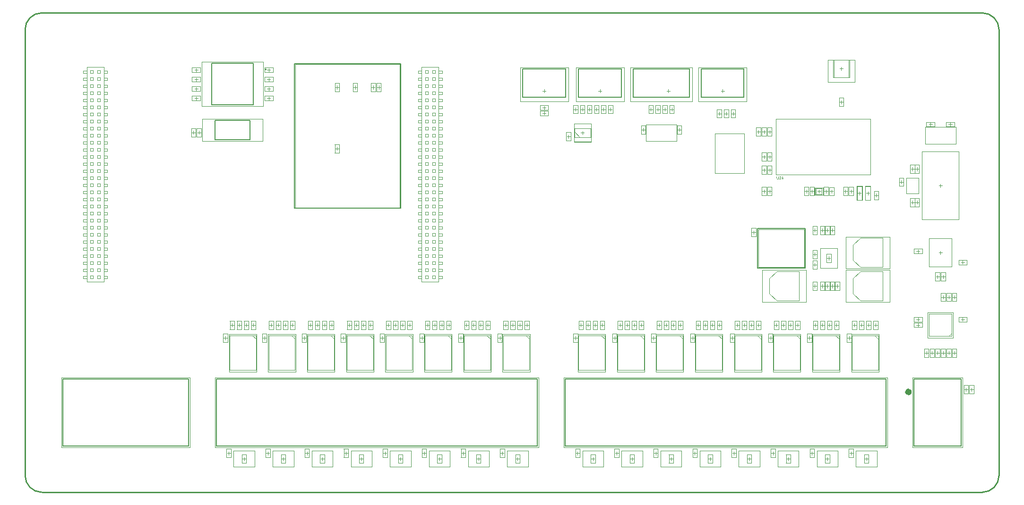
<source format=gko>
G04*
G04 #@! TF.GenerationSoftware,Altium Limited,Altium Designer,20.0.13 (296)*
G04*
G04 Layer_Color=16711935*
%FSLAX25Y25*%
%MOIN*%
G70*
G01*
G75*
%ADD10C,0.00787*%
%ADD11C,0.00394*%
%ADD12C,0.03937*%
%ADD15C,0.00500*%
%ADD18C,0.00197*%
%ADD19C,0.01000*%
%ADD20C,0.00079*%
%ADD21C,0.00394*%
G36*
X519893Y210006D02*
Y210002D01*
Y209992D01*
Y209976D01*
X519891Y209955D01*
Y209930D01*
X519889Y209901D01*
X519887Y209868D01*
X519884Y209831D01*
X519880Y209794D01*
X519875Y209754D01*
X519863Y209673D01*
X519845Y209594D01*
X519835Y209558D01*
X519823Y209523D01*
Y209521D01*
X519819Y209516D01*
X519816Y209505D01*
X519809Y209493D01*
X519802Y209477D01*
X519791Y209460D01*
X519781Y209440D01*
X519767Y209419D01*
X519751Y209397D01*
X519732Y209374D01*
X519712Y209349D01*
X519690Y209325D01*
X519663Y209300D01*
X519637Y209278D01*
X519607Y209253D01*
X519574Y209232D01*
X519572Y209230D01*
X519565Y209227D01*
X519557Y209222D01*
X519541Y209215D01*
X519523Y209206D01*
X519502Y209197D01*
X519478Y209187D01*
X519448Y209176D01*
X519417Y209166D01*
X519382Y209155D01*
X519341Y209146D01*
X519301Y209138D01*
X519256Y209131D01*
X519208Y209125D01*
X519158Y209122D01*
X519103Y209120D01*
X519075D01*
X519056Y209122D01*
X519032Y209124D01*
X519004Y209125D01*
X518974Y209129D01*
X518939Y209133D01*
X518904Y209138D01*
X518865Y209143D01*
X518788Y209160D01*
X518750Y209173D01*
X518711Y209185D01*
X518675Y209199D01*
X518640Y209216D01*
X518638Y209218D01*
X518633Y209222D01*
X518622Y209227D01*
X518610Y209234D01*
X518596Y209244D01*
X518578Y209257D01*
X518561Y209273D01*
X518542Y209288D01*
X518521Y209308D01*
X518500Y209329D01*
X518477Y209351D01*
X518456Y209378D01*
X518437Y209405D01*
X518417Y209435D01*
X518400Y209467D01*
X518384Y209500D01*
Y209502D01*
X518381Y209509D01*
X518377Y209519D01*
X518372Y209533D01*
X518367Y209553D01*
X518360Y209575D01*
X518353Y209601D01*
X518346Y209633D01*
X518339Y209666D01*
X518332Y209705D01*
X518325Y209747D01*
X518319Y209792D01*
X518314Y209840D01*
X518311Y209892D01*
X518309Y209948D01*
X518307Y210006D01*
Y211171D01*
X518575D01*
Y210008D01*
Y210004D01*
Y209995D01*
Y209983D01*
Y209964D01*
X518577Y209943D01*
Y209918D01*
X518578Y209890D01*
X518580Y209860D01*
X518587Y209798D01*
X518594Y209735D01*
X518601Y209703D01*
X518606Y209673D01*
X518613Y209645D01*
X518622Y209621D01*
Y209619D01*
X518624Y209615D01*
X518627Y209609D01*
X518631Y209600D01*
X518638Y209589D01*
X518643Y209579D01*
X518662Y209551D01*
X518685Y209519D01*
X518713Y209488D01*
X518748Y209456D01*
X518790Y209428D01*
X518792D01*
X518795Y209425D01*
X518802Y209423D01*
X518811Y209418D01*
X518823Y209413D01*
X518837Y209407D01*
X518853Y209402D01*
X518871Y209395D01*
X518892Y209388D01*
X518913Y209383D01*
X518937Y209378D01*
X518963Y209372D01*
X519019Y209365D01*
X519081Y209362D01*
X519093D01*
X519109Y209364D01*
X519128D01*
X519152Y209365D01*
X519180Y209369D01*
X519210Y209372D01*
X519243Y209379D01*
X519277Y209386D01*
X519312Y209395D01*
X519347Y209405D01*
X519382Y209418D01*
X519415Y209434D01*
X519445Y209451D01*
X519474Y209472D01*
X519499Y209495D01*
X519501Y209496D01*
X519504Y209502D01*
X519511Y209509D01*
X519518Y209521D01*
X519529Y209537D01*
X519539Y209558D01*
X519550Y209580D01*
X519562Y209609D01*
X519574Y209642D01*
X519585Y209679D01*
X519595Y209720D01*
X519606Y209768D01*
X519613Y209819D01*
X519620Y209876D01*
X519623Y209939D01*
X519625Y210008D01*
Y211171D01*
X519893D01*
Y210006D01*
D02*
G37*
G36*
X522847Y209864D02*
X523120D01*
Y209636D01*
X522847D01*
Y209154D01*
X522598D01*
Y209636D01*
X521723D01*
Y209864D01*
X522644Y211171D01*
X522847D01*
Y209864D01*
D02*
G37*
G36*
X520934Y211176D02*
X520953D01*
X520978Y211173D01*
X521007Y211170D01*
X521039Y211164D01*
X521072Y211159D01*
X521109Y211150D01*
X521146Y211140D01*
X521184Y211126D01*
X521223Y211110D01*
X521261Y211092D01*
X521298Y211070D01*
X521333Y211045D01*
X521366Y211017D01*
X521368Y211016D01*
X521373Y211010D01*
X521382Y211001D01*
X521392Y210989D01*
X521406Y210974D01*
X521420Y210954D01*
X521434Y210931D01*
X521452Y210907D01*
X521468Y210879D01*
X521482Y210849D01*
X521497Y210816D01*
X521510Y210781D01*
X521520Y210744D01*
X521529Y210704D01*
X521534Y210662D01*
X521536Y210618D01*
Y210616D01*
Y210613D01*
Y210606D01*
Y210597D01*
X521534Y210587D01*
Y210573D01*
X521529Y210543D01*
X521524Y210506D01*
X521515Y210466D01*
X521503Y210422D01*
X521485Y210379D01*
Y210377D01*
X521483Y210373D01*
X521480Y210366D01*
X521476Y210359D01*
X521471Y210347D01*
X521464Y210335D01*
X521455Y210321D01*
X521447Y210305D01*
X521424Y210268D01*
X521396Y210226D01*
X521361Y210181D01*
X521321Y210134D01*
X521319Y210132D01*
X521315Y210128D01*
X521308Y210120D01*
X521300Y210109D01*
X521286Y210097D01*
X521270Y210081D01*
X521252Y210062D01*
X521231Y210041D01*
X521205Y210016D01*
X521177Y209990D01*
X521147Y209960D01*
X521112Y209929D01*
X521076Y209895D01*
X521034Y209859D01*
X520990Y209820D01*
X520941Y209778D01*
X520939Y209776D01*
X520930Y209770D01*
X520920Y209761D01*
X520904Y209749D01*
X520887Y209733D01*
X520867Y209715D01*
X520845Y209696D01*
X520822Y209677D01*
X520773Y209635D01*
X520726Y209593D01*
X520705Y209574D01*
X520684Y209554D01*
X520668Y209539D01*
X520654Y209524D01*
X520650Y209521D01*
X520643Y209514D01*
X520631Y209500D01*
X520617Y209483D01*
X520601Y209463D01*
X520584Y209440D01*
X520566Y209416D01*
X520551Y209391D01*
X521539D01*
Y209154D01*
X520206D01*
Y209155D01*
Y209157D01*
Y209162D01*
Y209169D01*
Y209187D01*
X520208Y209208D01*
X520211Y209234D01*
X520216Y209264D01*
X520223Y209294D01*
X520234Y209325D01*
Y209327D01*
X520236Y209332D01*
X520239Y209339D01*
X520244Y209348D01*
X520250Y209360D01*
X520257Y209376D01*
X520264Y209391D01*
X520274Y209409D01*
X520295Y209451D01*
X520325Y209495D01*
X520358Y209544D01*
X520397Y209593D01*
X520398Y209594D01*
X520402Y209598D01*
X520409Y209607D01*
X520418Y209615D01*
X520430Y209628D01*
X520444Y209644D01*
X520460Y209661D01*
X520479Y209680D01*
X520502Y209701D01*
X520524Y209724D01*
X520552Y209750D01*
X520580Y209776D01*
X520612Y209805D01*
X520645Y209834D01*
X520682Y209866D01*
X520720Y209897D01*
X520722D01*
X520724Y209901D01*
X520734Y209910D01*
X520752Y209924D01*
X520773Y209943D01*
X520801Y209965D01*
X520831Y209992D01*
X520864Y210021D01*
X520899Y210053D01*
X520936Y210086D01*
X520974Y210121D01*
X521011Y210156D01*
X521048Y210193D01*
X521081Y210228D01*
X521112Y210263D01*
X521140Y210295D01*
X521165Y210326D01*
X521167Y210328D01*
X521170Y210333D01*
X521175Y210342D01*
X521182Y210352D01*
X521191Y210366D01*
X521202Y210384D01*
X521212Y210401D01*
X521223Y210422D01*
X521244Y210468D01*
X521263Y210519D01*
X521270Y210545D01*
X521275Y210571D01*
X521279Y210597D01*
X521280Y210624D01*
Y210625D01*
Y210630D01*
Y210637D01*
X521279Y210648D01*
X521277Y210660D01*
X521275Y210676D01*
X521272Y210692D01*
X521268Y210709D01*
X521254Y210750D01*
X521247Y210769D01*
X521237Y210790D01*
X521224Y210811D01*
X521210Y210832D01*
X521195Y210853D01*
X521175Y210872D01*
X521174Y210874D01*
X521170Y210877D01*
X521165Y210881D01*
X521156Y210888D01*
X521146Y210895D01*
X521133Y210904D01*
X521119Y210914D01*
X521102Y210923D01*
X521083Y210931D01*
X521062Y210942D01*
X521039Y210951D01*
X521014Y210958D01*
X520990Y210965D01*
X520962Y210970D01*
X520932Y210972D01*
X520901Y210974D01*
X520883D01*
X520871Y210972D01*
X520857Y210970D01*
X520839Y210968D01*
X520818Y210965D01*
X520797Y210960D01*
X520752Y210947D01*
X520729Y210939D01*
X520705Y210928D01*
X520682Y210916D01*
X520659Y210900D01*
X520636Y210884D01*
X520615Y210865D01*
X520614Y210863D01*
X520610Y210860D01*
X520605Y210855D01*
X520600Y210846D01*
X520591Y210834D01*
X520582Y210821D01*
X520572Y210806D01*
X520563Y210788D01*
X520552Y210767D01*
X520542Y210744D01*
X520533Y210720D01*
X520526Y210694D01*
X520519Y210665D01*
X520514Y210634D01*
X520510Y210602D01*
X520509Y210567D01*
X520253Y210594D01*
Y210597D01*
X520255Y210606D01*
X520257Y210622D01*
X520260Y210641D01*
X520264Y210664D01*
X520271Y210692D01*
X520278Y210721D01*
X520286Y210755D01*
X520299Y210790D01*
X520311Y210825D01*
X520327Y210861D01*
X520346Y210896D01*
X520367Y210933D01*
X520390Y210966D01*
X520418Y210998D01*
X520447Y211028D01*
X520449Y211030D01*
X520456Y211035D01*
X520465Y211042D01*
X520479Y211051D01*
X520496Y211063D01*
X520517Y211075D01*
X520542Y211089D01*
X520570Y211103D01*
X520600Y211117D01*
X520635Y211131D01*
X520673Y211143D01*
X520713Y211156D01*
X520757Y211164D01*
X520804Y211171D01*
X520853Y211176D01*
X520906Y211178D01*
X520918D01*
X520934Y211176D01*
D02*
G37*
%LPC*%
G36*
X522598Y210772D02*
X521966Y209864D01*
X522598D01*
Y210772D01*
D02*
G37*
%LPD*%
D10*
X158319Y286854D02*
G03*
X158319Y286854I-394J0D01*
G01*
X504953Y146592D02*
Y174392D01*
X538353D01*
Y146592D02*
Y174392D01*
X504953Y146592D02*
X538353D01*
X456929Y267354D02*
Y287189D01*
X417126D02*
X456929D01*
X417126Y267354D02*
Y287189D01*
Y267354D02*
X456929D01*
X495315D02*
Y287189D01*
X465256D02*
X495315D01*
X465256Y267354D02*
Y287189D01*
Y267354D02*
X495315D01*
X178300Y188704D02*
Y291004D01*
Y188704D02*
X253000D01*
Y291004D01*
X178300D02*
X253000D01*
X378642Y267354D02*
X408701D01*
X378642D02*
Y287189D01*
X408701D01*
Y267354D02*
Y287189D01*
X339271Y267354D02*
X369331D01*
X339271D02*
Y287189D01*
X369331D01*
Y267354D02*
Y287189D01*
D11*
X584646Y212598D02*
Y251969D01*
X517717Y212598D02*
X584646D01*
X517717Y251969D02*
X584646D01*
X517717Y212598D02*
Y251969D01*
X641858Y147580D02*
Y167380D01*
X625858Y147580D02*
X641858D01*
X625858D02*
Y167380D01*
X641858D01*
X609973Y199124D02*
X618373D01*
Y210324D01*
X609973D02*
X618373D01*
X609973Y199124D02*
Y210324D01*
X375689Y238976D02*
Y245276D01*
X387106D01*
Y238976D02*
Y245276D01*
X375689Y238976D02*
X387106D01*
X375689Y242717D02*
X379429Y238976D01*
X546260Y198622D02*
X550197D01*
Y202953D01*
X546260D02*
X550197D01*
X546260Y198622D02*
Y202953D01*
X625984Y98425D02*
X641732D01*
X625984D02*
Y114173D01*
X641732D01*
Y98425D02*
Y114173D01*
X639764Y98425D02*
X641732Y100394D01*
X644658Y234258D02*
Y246058D01*
X623158Y234258D02*
X644658D01*
X623158D02*
Y246058D01*
X644658D01*
X587850Y98673D02*
X589968Y96555D01*
X590009Y74514D02*
Y98714D01*
X571409D02*
X590009D01*
X571409Y74514D02*
Y98714D01*
Y74514D02*
X590009D01*
X558858Y281299D02*
Y293504D01*
Y281299D02*
X569095D01*
Y293504D01*
X558858D02*
X569095D01*
X577461Y167913D02*
X593110D01*
X572244Y162697D02*
X577461Y167913D01*
X572244Y152264D02*
Y162697D01*
Y152264D02*
X577461Y147047D01*
X593110D01*
Y167913D01*
X518405Y144291D02*
X534055D01*
X513189Y139075D02*
X518405Y144291D01*
X513189Y128642D02*
Y139075D01*
Y128642D02*
X518405Y123425D01*
X534055D01*
Y144291D01*
X577461D02*
X593110D01*
X572244Y139075D02*
X577461Y144291D01*
X572244Y128642D02*
Y139075D01*
Y128642D02*
X577461Y123425D01*
X593110D01*
Y144291D01*
X148873Y98673D02*
X150991Y96555D01*
X151032Y74514D02*
Y98714D01*
X132432D02*
X151032D01*
X132432Y74514D02*
Y98714D01*
Y74514D02*
X151032D01*
X176432Y98673D02*
X178550Y96555D01*
X178591Y74514D02*
Y98714D01*
X159991D02*
X178591D01*
X159991Y74514D02*
Y98714D01*
Y74514D02*
X178591D01*
X203991Y98673D02*
X206109Y96555D01*
X206150Y74514D02*
Y98714D01*
X187550D02*
X206150D01*
X187550Y74514D02*
Y98714D01*
Y74514D02*
X206150D01*
X231550Y98673D02*
X233668Y96555D01*
X233710Y74514D02*
Y98714D01*
X215109D02*
X233710D01*
X215109Y74514D02*
Y98714D01*
Y74514D02*
X233710D01*
X259109Y98673D02*
X261228Y96555D01*
X261268Y74514D02*
Y98714D01*
X242669D02*
X261268D01*
X242669Y74514D02*
Y98714D01*
Y74514D02*
X261268D01*
X286668Y98673D02*
X288787Y96555D01*
X288828Y74514D02*
Y98714D01*
X270228D02*
X288828D01*
X270228Y74514D02*
Y98714D01*
Y74514D02*
X288828D01*
X314228Y98673D02*
X316346Y96555D01*
X316387Y74514D02*
Y98714D01*
X297787D02*
X316387D01*
X297787Y74514D02*
Y98714D01*
Y74514D02*
X316387D01*
X341787Y98673D02*
X343905Y96555D01*
X343946Y74514D02*
Y98714D01*
X325346D02*
X343946D01*
X325346Y74514D02*
Y98714D01*
Y74514D02*
X343946D01*
X394936Y98673D02*
X397054Y96555D01*
X397095Y74514D02*
Y98714D01*
X378495D02*
X397095D01*
X378495Y74514D02*
Y98714D01*
Y74514D02*
X397095D01*
X422495Y98673D02*
X424613Y96555D01*
X424654Y74514D02*
Y98714D01*
X406054D02*
X424654D01*
X406054Y74514D02*
Y98714D01*
Y74514D02*
X424654D01*
X450054Y98673D02*
X452173Y96555D01*
X452213Y74514D02*
Y98714D01*
X433613D02*
X452213D01*
X433613Y74514D02*
Y98714D01*
Y74514D02*
X452213D01*
X477613Y98673D02*
X479732Y96555D01*
X479772Y74514D02*
Y98714D01*
X461172D02*
X479772D01*
X461172Y74514D02*
Y98714D01*
Y74514D02*
X479772D01*
X505172Y98673D02*
X507291Y96555D01*
X507332Y74514D02*
Y98714D01*
X488731D02*
X507332D01*
X488731Y74514D02*
Y98714D01*
Y74514D02*
X507332D01*
X532731Y98673D02*
X534850Y96555D01*
X534891Y74514D02*
Y98714D01*
X516291D02*
X534891D01*
X516291Y74514D02*
Y98714D01*
Y74514D02*
X534891D01*
X560290Y98673D02*
X562409Y96555D01*
X562450Y74514D02*
Y98714D01*
X543850D02*
X562450D01*
X543850Y74514D02*
Y98714D01*
Y74514D02*
X562450D01*
X447808Y236226D02*
Y248026D01*
X426308Y236226D02*
X447808D01*
X426308D02*
Y248026D01*
X447808D01*
X641858Y147580D02*
Y167380D01*
X625858Y147580D02*
X641858D01*
X625858D02*
Y167380D01*
X641858D01*
X505553Y147192D02*
Y173792D01*
Y147192D02*
X537753D01*
Y173792D01*
X505553D02*
X537753D01*
X474938Y241638D02*
X495338D01*
X474938Y213638D02*
Y241638D01*
Y213638D02*
X495338D01*
Y241638D01*
D12*
X611647Y59055D02*
G03*
X611647Y59055I-394J0D01*
G01*
D15*
X369094Y68110D02*
X595472D01*
Y20866D02*
Y68110D01*
X369094Y20866D02*
X595472D01*
X369094D02*
Y68110D01*
X14764Y20866D02*
Y68110D01*
Y20866D02*
X103347D01*
Y68110D01*
X14764D02*
X103347D01*
X615158D02*
X648622D01*
Y20866D02*
Y68110D01*
X615158Y20866D02*
X648622D01*
X615158D02*
Y68110D01*
X149067Y261933D02*
Y291067D01*
X119933Y261933D02*
X149067D01*
X119933D02*
Y291067D01*
X149067D01*
X122295Y237032D02*
X146705D01*
Y250969D01*
X122295D02*
X146705D01*
X122295Y237032D02*
Y250969D01*
X123031Y68110D02*
X349410D01*
Y20866D02*
Y68110D01*
X123031Y20866D02*
X349410D01*
X123031D02*
Y68110D01*
D18*
X549218Y146643D02*
X561018D01*
X549218Y160443D02*
X561018D01*
X549218Y146643D02*
Y160443D01*
X561018Y146643D02*
Y160443D01*
X646858Y180724D02*
Y228824D01*
X620858Y180724D02*
X646858D01*
X620858Y228824D02*
X646858D01*
X620858Y180724D02*
Y228824D01*
X562402Y266732D02*
X565551D01*
X562402Y260827D02*
X565551D01*
Y266732D01*
X562402Y260827D02*
Y266732D01*
X574293Y17511D02*
X589093D01*
X574293Y6111D02*
X589093D01*
Y17511D01*
X574293Y6111D02*
Y17511D01*
X555512Y203661D02*
X558661D01*
X555512Y197756D02*
X558661D01*
Y203661D01*
X555512Y197756D02*
Y203661D01*
X580977Y194580D02*
X584377D01*
Y204180D01*
X580977Y194580D02*
Y204180D01*
X584377D01*
X351378Y258268D02*
X357283D01*
X351378Y261417D02*
X357283D01*
Y258268D02*
Y261417D01*
X351378Y258268D02*
Y261417D01*
X417126Y287653D02*
X456929D01*
X417126Y267354D02*
X456929D01*
X417126D02*
Y287653D01*
X456929Y267354D02*
Y287653D01*
X465215D02*
X495315D01*
X465215Y267354D02*
X495315D01*
X465215D02*
Y287653D01*
X495315Y267354D02*
Y287653D01*
X558176Y281302D02*
X569876D01*
X558176Y293502D02*
X569876D01*
Y281302D02*
Y293502D01*
X558176Y281302D02*
Y293502D01*
X575072Y204180D02*
X578472D01*
X575072Y194580D02*
Y204180D01*
X578472Y194580D02*
Y204180D01*
X575072Y194580D02*
X578472D01*
X514961Y239882D02*
Y245787D01*
X511811Y239882D02*
Y245787D01*
X514961D01*
X511811Y239882D02*
X514961D01*
X127925Y100138D02*
X131075D01*
X127925Y94232D02*
X131075D01*
Y100138D01*
X127925Y94232D02*
Y100138D01*
X137657Y109252D02*
X140807D01*
X137657Y103347D02*
X140807D01*
Y109252D01*
X137657Y103347D02*
Y109252D01*
X147658D02*
X150807D01*
X147658Y103347D02*
X150807D01*
Y109252D01*
X147658Y103347D02*
Y109252D01*
X155425Y100138D02*
X158575D01*
X155425Y94232D02*
X158575D01*
Y100138D01*
X155425Y94232D02*
Y100138D01*
X165217Y109252D02*
X168366D01*
X165217Y103347D02*
X168366D01*
Y109252D01*
X165217Y103347D02*
Y109252D01*
X175217D02*
X178366D01*
X175217Y103347D02*
X178366D01*
Y109252D01*
X175217Y103347D02*
Y109252D01*
X183425Y100138D02*
X186575D01*
X183425Y94232D02*
X186575D01*
Y100138D01*
X183425Y94232D02*
Y100138D01*
X192776Y109252D02*
X195925D01*
X192776Y103347D02*
X195925D01*
Y109252D01*
X192776Y103347D02*
Y109252D01*
X202776D02*
X205925D01*
X202776Y103347D02*
X205925D01*
Y109252D01*
X202776Y103347D02*
Y109252D01*
X210925Y100138D02*
X214075D01*
X210925Y94232D02*
X214075D01*
Y100138D01*
X210925Y94232D02*
Y100138D01*
X220335Y109252D02*
X223484D01*
X220335Y103347D02*
X223484D01*
Y109252D01*
X220335Y103347D02*
Y109252D01*
X230335D02*
X233484D01*
X230335Y103347D02*
X233484D01*
Y109252D01*
X230335Y103347D02*
Y109252D01*
X238425Y100138D02*
X241575D01*
X238425Y94232D02*
X241575D01*
Y100138D01*
X238425Y94232D02*
Y100138D01*
X247894Y109252D02*
X251043D01*
X247894Y103347D02*
X251043D01*
Y109252D01*
X247894Y103347D02*
Y109252D01*
X257894D02*
X261043D01*
X257894Y103347D02*
X261043D01*
Y109252D01*
X257894Y103347D02*
Y109252D01*
X266425Y100138D02*
X269575D01*
X266425Y94232D02*
X269575D01*
Y100138D01*
X266425Y94232D02*
Y100138D01*
X275453Y109252D02*
X278602D01*
X275453Y103347D02*
X278602D01*
Y109252D01*
X275453Y103347D02*
Y109252D01*
X285453D02*
X288602D01*
X285453Y103347D02*
X288602D01*
Y109252D01*
X285453Y103347D02*
Y109252D01*
X293925Y100138D02*
X297075D01*
X293925Y94232D02*
X297075D01*
Y100138D01*
X293925Y94232D02*
Y100138D01*
X303012Y109252D02*
X306161D01*
X303012Y103347D02*
X306161D01*
Y109252D01*
X303012Y103347D02*
Y109252D01*
X313012D02*
X316161D01*
X313012Y103347D02*
X316161D01*
Y109252D01*
X313012Y103347D02*
Y109252D01*
X321425Y100138D02*
X324575D01*
X321425Y94232D02*
X324575D01*
Y100138D01*
X321425Y94232D02*
Y100138D01*
X330571Y109252D02*
X333720D01*
X330571Y103347D02*
X333720D01*
Y109252D01*
X330571Y103347D02*
Y109252D01*
X340571D02*
X343721D01*
X340571Y103347D02*
X343721D01*
Y109252D01*
X340571Y103347D02*
Y109252D01*
X374925Y100138D02*
X378075D01*
X374925Y94232D02*
X378075D01*
Y100138D01*
X374925Y94232D02*
Y100138D01*
X383720Y109252D02*
X386870D01*
X383720Y103347D02*
X386870D01*
Y109252D01*
X383720Y103347D02*
Y109252D01*
X393721D02*
X396870D01*
X393721Y103347D02*
X396870D01*
Y109252D01*
X393721Y103347D02*
Y109252D01*
X402425Y100138D02*
X405575D01*
X402425Y94232D02*
X405575D01*
Y100138D01*
X402425Y94232D02*
Y100138D01*
X411279Y109252D02*
X414429D01*
X411279Y103347D02*
X414429D01*
Y109252D01*
X411279Y103347D02*
Y109252D01*
X421279D02*
X424429D01*
X421279Y103347D02*
X424429D01*
Y109252D01*
X421279Y103347D02*
Y109252D01*
X429925Y100138D02*
X433075D01*
X429925Y94232D02*
X433075D01*
Y100138D01*
X429925Y94232D02*
Y100138D01*
X438839Y109252D02*
X441988D01*
X438839Y103347D02*
X441988D01*
Y109252D01*
X438839Y103347D02*
Y109252D01*
X448839D02*
X451988D01*
X448839Y103347D02*
X451988D01*
Y109252D01*
X448839Y103347D02*
Y109252D01*
X457425Y100138D02*
X460575D01*
X457425Y94232D02*
X460575D01*
Y100138D01*
X457425Y94232D02*
Y100138D01*
X466398Y109252D02*
X469547D01*
X466398Y103347D02*
X469547D01*
Y109252D01*
X466398Y103347D02*
Y109252D01*
X476398D02*
X479547D01*
X476398Y103347D02*
X479547D01*
Y109252D01*
X476398Y103347D02*
Y109252D01*
X485425Y100138D02*
X488575D01*
X485425Y94232D02*
X488575D01*
Y100138D01*
X485425Y94232D02*
Y100138D01*
X493957Y109252D02*
X497106D01*
X493957Y103347D02*
X497106D01*
Y109252D01*
X493957Y103347D02*
Y109252D01*
X503957D02*
X507106D01*
X503957Y103347D02*
X507106D01*
Y109252D01*
X503957Y103347D02*
Y109252D01*
X512425Y100138D02*
X515575D01*
X512425Y94232D02*
X515575D01*
Y100138D01*
X512425Y94232D02*
Y100138D01*
X521516Y109252D02*
X524665D01*
X521516Y103347D02*
X524665D01*
Y109252D01*
X521516Y103347D02*
Y109252D01*
X531516D02*
X534665D01*
X531516Y103347D02*
X534665D01*
Y109252D01*
X531516Y103347D02*
Y109252D01*
X539925Y100138D02*
X543075D01*
X539925Y94232D02*
X543075D01*
Y100138D01*
X539925Y94232D02*
Y100138D01*
X549075Y109252D02*
X552224D01*
X549075Y103347D02*
X552224D01*
Y109252D01*
X549075Y103347D02*
Y109252D01*
X559075D02*
X562224D01*
X559075Y103347D02*
X562224D01*
Y109252D01*
X559075Y103347D02*
Y109252D01*
X567925Y100138D02*
X571075D01*
X567925Y94232D02*
X571075D01*
Y100138D01*
X567925Y94232D02*
Y100138D01*
X576634Y109252D02*
X579783D01*
X576634Y103347D02*
X579783D01*
Y109252D01*
X576634Y103347D02*
Y109252D01*
X586634D02*
X589783D01*
X586634Y103347D02*
X589783D01*
Y109252D01*
X586634Y103347D02*
Y109252D01*
X206669Y233839D02*
X209819D01*
X206669Y227933D02*
X209819D01*
Y233839D01*
X206669Y227933D02*
Y233839D01*
X206669Y271240D02*
X209819D01*
X206669Y277146D02*
X209819D01*
X206669Y271240D02*
Y277146D01*
X209819Y271240D02*
Y277146D01*
X219425Y271240D02*
X222575D01*
X219425Y277146D02*
X222575D01*
X219425Y271240D02*
Y277146D01*
X222575Y271240D02*
Y277146D01*
X236118Y271240D02*
X239268D01*
X236118Y277146D02*
X239268D01*
X236118Y271240D02*
Y277146D01*
X239268Y271240D02*
Y277146D01*
X232181Y271240D02*
X235331D01*
X232181Y277146D02*
X235331D01*
X232181Y271240D02*
Y277146D01*
X235331Y271240D02*
Y277146D01*
X392815Y255736D02*
Y261642D01*
X389665Y255736D02*
Y261642D01*
X392815D01*
X389665Y255736D02*
X392815D01*
X373130Y236535D02*
Y242441D01*
X369980Y236535D02*
Y242441D01*
X373130D01*
X369980Y236535D02*
X373130D01*
X378051Y255736D02*
Y261642D01*
X374902Y255736D02*
Y261642D01*
X378051D01*
X374902Y255736D02*
X378051D01*
X422736Y241319D02*
Y247224D01*
X425886Y241319D02*
Y247224D01*
X422736Y241319D02*
X425886D01*
X422736Y247224D02*
X425886D01*
X448130Y241319D02*
Y247224D01*
X451279Y241319D02*
Y247224D01*
X448130Y241319D02*
X451279D01*
X448130Y247224D02*
X451279D01*
X481201Y258642D02*
X484350D01*
X481201Y252736D02*
X484350D01*
Y258642D01*
X481201Y252736D02*
Y258642D01*
X500591Y168799D02*
Y174705D01*
X503740Y168799D02*
Y174705D01*
X500591Y168799D02*
X503740D01*
X500591Y174705D02*
X503740D01*
X556021Y170276D02*
Y176181D01*
X559171Y170276D02*
Y176181D01*
X556021Y170276D02*
X559171D01*
X556021Y176181D02*
X559171D01*
X543701Y153268D02*
Y159173D01*
X546850Y153268D02*
Y159173D01*
X543701Y153268D02*
X546850D01*
X543701Y159173D02*
X546850D01*
X559171Y130905D02*
Y136811D01*
X556021Y130905D02*
Y136811D01*
X559171D01*
X556021Y130905D02*
X559171D01*
X555694D02*
Y136811D01*
X552545Y130905D02*
Y136811D01*
X555694D01*
X552545Y130905D02*
X555694D01*
X552545Y170276D02*
Y176181D01*
X555694Y170276D02*
Y176181D01*
X552545Y170276D02*
X555694D01*
X552545Y176181D02*
X555694D01*
X543701Y170276D02*
Y176181D01*
X546850Y170276D02*
Y176181D01*
X543701Y170276D02*
X546850D01*
X543701Y176181D02*
X546850D01*
Y145945D02*
Y151850D01*
X543701Y145945D02*
Y151850D01*
X546850D01*
X543701Y145945D02*
X546850D01*
X630315Y83661D02*
Y89567D01*
X633465Y83661D02*
Y89567D01*
X630315Y83661D02*
X633465D01*
X630315Y89567D02*
X633465D01*
X634252Y83661D02*
Y89567D01*
X637402Y83661D02*
Y89567D01*
X634252Y83661D02*
X637402D01*
X634252Y89567D02*
X637402D01*
X638189Y83661D02*
Y89567D01*
X641339Y83661D02*
Y89567D01*
X638189Y83661D02*
X641339D01*
X638189Y89567D02*
X641339D01*
X642126Y83661D02*
Y89567D01*
X645276Y83661D02*
Y89567D01*
X642126Y83661D02*
X645276D01*
X642126Y89567D02*
X645276D01*
X626378Y83661D02*
Y89567D01*
X629528Y83661D02*
Y89567D01*
X626378Y83661D02*
X629528D01*
X626378Y89567D02*
X629528D01*
X622441Y83661D02*
Y89567D01*
X625591Y83661D02*
Y89567D01*
X622441Y83661D02*
X625591D01*
X622441Y89567D02*
X625591D01*
X654315Y57795D02*
Y63701D01*
X657465Y57795D02*
Y63701D01*
X654315Y57795D02*
X657465D01*
X654315Y63701D02*
X657465D01*
X645276Y123031D02*
Y128937D01*
X642126Y123031D02*
Y128937D01*
X645276D01*
X642126Y123031D02*
X645276D01*
X637402D02*
Y128937D01*
X634252Y123031D02*
Y128937D01*
X637402D01*
X634252Y123031D02*
X637402D01*
X641339D02*
Y128937D01*
X638189Y123031D02*
Y128937D01*
X641339D01*
X638189Y123031D02*
X641339D01*
X604724Y204409D02*
Y210315D01*
X607874Y204409D02*
Y210315D01*
X604724Y204409D02*
X607874D01*
X604724Y210315D02*
X607874D01*
X637874Y249606D02*
X643780D01*
X637874Y246457D02*
X643780D01*
X637874D02*
Y249606D01*
X643780Y246457D02*
Y249606D01*
X623937Y246457D02*
X629843D01*
X623937Y249606D02*
X629843D01*
Y246457D02*
Y249606D01*
X623937Y246457D02*
Y249606D01*
X351378Y254331D02*
X357283D01*
X351378Y257480D02*
X357283D01*
Y254331D02*
Y257480D01*
X351378Y254331D02*
Y257480D01*
X615748Y213583D02*
Y219488D01*
X618898Y213583D02*
Y219488D01*
X615748Y213583D02*
X618898D01*
X615748Y219488D02*
X618898D01*
X615158Y156890D02*
X621063D01*
X615158Y160039D02*
X621063D01*
Y156890D02*
Y160039D01*
X615158Y156890D02*
Y160039D01*
X590158Y195020D02*
Y200925D01*
X587008Y195020D02*
Y200925D01*
X590158D01*
X587008Y195020D02*
X590158D01*
X569291Y197835D02*
Y203740D01*
X572441Y197835D02*
Y203740D01*
X569291Y197835D02*
X572441D01*
X569291Y203740D02*
X572441D01*
X568504Y197835D02*
Y203740D01*
X565354Y197835D02*
Y203740D01*
X568504D01*
X565354Y197835D02*
X568504D01*
X511811D02*
Y203740D01*
X514961Y197835D02*
Y203740D01*
X511811Y197835D02*
X514961D01*
X511811Y203740D02*
X514961D01*
X541732Y197835D02*
Y203740D01*
X544882Y197835D02*
Y203740D01*
X541732Y197835D02*
X544882D01*
X541732Y203740D02*
X544882D01*
X135317Y17511D02*
X150117D01*
X135317Y6111D02*
X150117D01*
Y17511D01*
X135317Y6111D02*
Y17511D01*
X162876D02*
X177676D01*
X162876Y6111D02*
X177676D01*
Y17511D01*
X162876Y6111D02*
Y17511D01*
X190435D02*
X205235D01*
X190435Y6111D02*
X205235D01*
Y17511D01*
X190435Y6111D02*
Y17511D01*
X217994D02*
X232794D01*
X217994Y6111D02*
X232794D01*
Y17511D01*
X217994Y6111D02*
Y17511D01*
X245553D02*
X260353D01*
X245553Y6111D02*
X260353D01*
Y17511D01*
X245553Y6111D02*
Y17511D01*
X273112D02*
X287912D01*
X273112Y6111D02*
X287912D01*
Y17511D01*
X273112Y6111D02*
Y17511D01*
X300671D02*
X315471D01*
X300671Y6111D02*
X315471D01*
Y17511D01*
X300671Y6111D02*
Y17511D01*
X328230D02*
X343030D01*
X328230Y6111D02*
X343030D01*
Y17511D01*
X328230Y6111D02*
Y17511D01*
X381380D02*
X396180D01*
X381380Y6111D02*
X396180D01*
Y17511D01*
X381380Y6111D02*
Y17511D01*
X408939D02*
X423739D01*
X408939Y6111D02*
X423739D01*
Y17511D01*
X408939Y6111D02*
Y17511D01*
X436498D02*
X451298D01*
X436498Y6111D02*
X451298D01*
Y17511D01*
X436498Y6111D02*
Y17511D01*
X464057D02*
X478857D01*
X464057Y6111D02*
X478857D01*
Y17511D01*
X464057Y6111D02*
Y17511D01*
X491616D02*
X506416D01*
X491616Y6111D02*
X506416D01*
Y17511D01*
X491616Y6111D02*
Y17511D01*
X519175D02*
X533975D01*
X519175Y6111D02*
X533975D01*
Y17511D01*
X519175Y6111D02*
Y17511D01*
X546734D02*
X561534D01*
X546734Y6111D02*
X561534D01*
Y17511D01*
X546734Y6111D02*
Y17511D01*
X397736Y255736D02*
Y261642D01*
X394587Y255736D02*
Y261642D01*
X397736D01*
X394587Y255736D02*
X397736D01*
X436122D02*
Y261642D01*
X432972Y255736D02*
Y261642D01*
X436122D01*
X432972Y255736D02*
X436122D01*
X441043D02*
Y261642D01*
X437894Y255736D02*
Y261642D01*
X441043D01*
X437894Y255736D02*
X441043D01*
X476279Y252736D02*
X479429D01*
X476279Y258642D02*
X479429D01*
X476279Y252736D02*
Y258642D01*
X479429Y252736D02*
Y258642D01*
X650378Y57795D02*
Y63701D01*
X653528Y57795D02*
Y63701D01*
X650378Y57795D02*
X653528D01*
X650378Y63701D02*
X653528D01*
X408701Y267354D02*
Y287653D01*
X378601Y267354D02*
Y287653D01*
Y267354D02*
X408701D01*
X378601Y287653D02*
X408701D01*
X369331Y267354D02*
Y287653D01*
X339231Y267354D02*
Y287653D01*
Y267354D02*
X369331D01*
X339231Y287653D02*
X369331D01*
X130315Y12795D02*
Y18701D01*
X133465Y12795D02*
Y18701D01*
X130315Y12795D02*
X133465D01*
X130315Y18701D02*
X133465D01*
X132658Y103347D02*
Y109252D01*
X135807Y103347D02*
Y109252D01*
X132658Y103347D02*
X135807D01*
X132658Y109252D02*
X135807D01*
X142657Y103347D02*
Y109252D01*
X145807Y103347D02*
Y109252D01*
X142657Y103347D02*
X145807D01*
X142657Y109252D02*
X145807D01*
X157874Y12795D02*
Y18701D01*
X161024Y12795D02*
Y18701D01*
X157874Y12795D02*
X161024D01*
X157874Y18701D02*
X161024D01*
X160217Y103347D02*
Y109252D01*
X163366Y103347D02*
Y109252D01*
X160217Y103347D02*
X163366D01*
X160217Y109252D02*
X163366D01*
X170217Y103347D02*
Y109252D01*
X173366Y103347D02*
Y109252D01*
X170217Y103347D02*
X173366D01*
X170217Y109252D02*
X173366D01*
X185433Y12795D02*
Y18701D01*
X188583Y12795D02*
Y18701D01*
X185433Y12795D02*
X188583D01*
X185433Y18701D02*
X188583D01*
X187776Y103347D02*
Y109252D01*
X190925Y103347D02*
Y109252D01*
X187776Y103347D02*
X190925D01*
X187776Y109252D02*
X190925D01*
X197776Y103347D02*
Y109252D01*
X200925Y103347D02*
Y109252D01*
X197776Y103347D02*
X200925D01*
X197776Y109252D02*
X200925D01*
X212992Y12795D02*
Y18701D01*
X216142Y12795D02*
Y18701D01*
X212992Y12795D02*
X216142D01*
X212992Y18701D02*
X216142D01*
X215335Y103347D02*
Y109252D01*
X218484Y103347D02*
Y109252D01*
X215335Y103347D02*
X218484D01*
X215335Y109252D02*
X218484D01*
X225335Y103347D02*
Y109252D01*
X228484Y103347D02*
Y109252D01*
X225335Y103347D02*
X228484D01*
X225335Y109252D02*
X228484D01*
X240551Y12795D02*
Y18701D01*
X243701Y12795D02*
Y18701D01*
X240551Y12795D02*
X243701D01*
X240551Y18701D02*
X243701D01*
X242894Y103347D02*
Y109252D01*
X246043Y103347D02*
Y109252D01*
X242894Y103347D02*
X246043D01*
X242894Y109252D02*
X246043D01*
X252894Y103347D02*
Y109252D01*
X256043Y103347D02*
Y109252D01*
X252894Y103347D02*
X256043D01*
X252894Y109252D02*
X256043D01*
X268110Y12795D02*
Y18701D01*
X271260Y12795D02*
Y18701D01*
X268110Y12795D02*
X271260D01*
X268110Y18701D02*
X271260D01*
X270453Y103347D02*
Y109252D01*
X273602Y103347D02*
Y109252D01*
X270453Y103347D02*
X273602D01*
X270453Y109252D02*
X273602D01*
X280453Y103347D02*
Y109252D01*
X283602Y103347D02*
Y109252D01*
X280453Y103347D02*
X283602D01*
X280453Y109252D02*
X283602D01*
X295669Y12795D02*
Y18701D01*
X298819Y12795D02*
Y18701D01*
X295669Y12795D02*
X298819D01*
X295669Y18701D02*
X298819D01*
X298012Y103347D02*
Y109252D01*
X301161Y103347D02*
Y109252D01*
X298012Y103347D02*
X301161D01*
X298012Y109252D02*
X301161D01*
X308012Y103347D02*
Y109252D01*
X311161Y103347D02*
Y109252D01*
X308012Y103347D02*
X311161D01*
X308012Y109252D02*
X311161D01*
X323228Y12795D02*
Y18701D01*
X326378Y12795D02*
Y18701D01*
X323228Y12795D02*
X326378D01*
X323228Y18701D02*
X326378D01*
X325571Y103347D02*
Y109252D01*
X328720Y103347D02*
Y109252D01*
X325571Y103347D02*
X328720D01*
X325571Y109252D02*
X328720D01*
X335571Y103347D02*
Y109252D01*
X338720Y103347D02*
Y109252D01*
X335571Y103347D02*
X338720D01*
X335571Y109252D02*
X338720D01*
X376378Y12795D02*
Y18701D01*
X379528Y12795D02*
Y18701D01*
X376378Y12795D02*
X379528D01*
X376378Y18701D02*
X379528D01*
X378720Y103347D02*
Y109252D01*
X381870Y103347D02*
Y109252D01*
X378720Y103347D02*
X381870D01*
X378720Y109252D02*
X381870D01*
X388720Y103347D02*
Y109252D01*
X391870Y103347D02*
Y109252D01*
X388720Y103347D02*
X391870D01*
X388720Y109252D02*
X391870D01*
X403937Y12795D02*
Y18701D01*
X407087Y12795D02*
Y18701D01*
X403937Y12795D02*
X407087D01*
X403937Y18701D02*
X407087D01*
X406280Y103347D02*
Y109252D01*
X409429Y103347D02*
Y109252D01*
X406280Y103347D02*
X409429D01*
X406280Y109252D02*
X409429D01*
X416280Y103347D02*
Y109252D01*
X419429Y103347D02*
Y109252D01*
X416280Y103347D02*
X419429D01*
X416280Y109252D02*
X419429D01*
X431496Y12795D02*
Y18701D01*
X434646Y12795D02*
Y18701D01*
X431496Y12795D02*
X434646D01*
X431496Y18701D02*
X434646D01*
X433839Y103347D02*
Y109252D01*
X436988Y103347D02*
Y109252D01*
X433839Y103347D02*
X436988D01*
X433839Y109252D02*
X436988D01*
X443839Y103347D02*
Y109252D01*
X446988Y103347D02*
Y109252D01*
X443839Y103347D02*
X446988D01*
X443839Y109252D02*
X446988D01*
X459055Y12795D02*
Y18701D01*
X462205Y12795D02*
Y18701D01*
X459055Y12795D02*
X462205D01*
X459055Y18701D02*
X462205D01*
X461398Y103347D02*
Y109252D01*
X464547Y103347D02*
Y109252D01*
X461398Y103347D02*
X464547D01*
X461398Y109252D02*
X464547D01*
X471398Y103347D02*
Y109252D01*
X474547Y103347D02*
Y109252D01*
X471398Y103347D02*
X474547D01*
X471398Y109252D02*
X474547D01*
X486614Y12795D02*
Y18701D01*
X489764Y12795D02*
Y18701D01*
X486614Y12795D02*
X489764D01*
X486614Y18701D02*
X489764D01*
X488957Y103347D02*
Y109252D01*
X492106Y103347D02*
Y109252D01*
X488957Y103347D02*
X492106D01*
X488957Y109252D02*
X492106D01*
X498957Y103347D02*
Y109252D01*
X502106Y103347D02*
Y109252D01*
X498957Y103347D02*
X502106D01*
X498957Y109252D02*
X502106D01*
X514173Y12795D02*
Y18701D01*
X517323Y12795D02*
Y18701D01*
X514173Y12795D02*
X517323D01*
X514173Y18701D02*
X517323D01*
X516516Y103347D02*
Y109252D01*
X519665Y103347D02*
Y109252D01*
X516516Y103347D02*
X519665D01*
X516516Y109252D02*
X519665D01*
X526516Y103347D02*
Y109252D01*
X529665Y103347D02*
Y109252D01*
X526516Y103347D02*
X529665D01*
X526516Y109252D02*
X529665D01*
X541732Y12795D02*
Y18701D01*
X544882Y12795D02*
Y18701D01*
X541732Y12795D02*
X544882D01*
X541732Y18701D02*
X544882D01*
X544075Y103347D02*
Y109252D01*
X547224Y103347D02*
Y109252D01*
X544075Y103347D02*
X547224D01*
X544075Y109252D02*
X547224D01*
X554075Y103347D02*
Y109252D01*
X557224Y103347D02*
Y109252D01*
X554075Y103347D02*
X557224D01*
X554075Y109252D02*
X557224D01*
X569291Y12795D02*
Y18701D01*
X572441Y12795D02*
Y18701D01*
X569291Y12795D02*
X572441D01*
X569291Y18701D02*
X572441D01*
X571634Y103347D02*
Y109252D01*
X574784Y103347D02*
Y109252D01*
X571634Y103347D02*
X574784D01*
X571634Y109252D02*
X574784D01*
X581634Y103347D02*
Y109252D01*
X584784Y103347D02*
Y109252D01*
X581634Y103347D02*
X584784D01*
X581634Y109252D02*
X584784D01*
X384744Y261642D02*
X387894D01*
X384744Y255736D02*
X387894D01*
Y261642D01*
X384744Y255736D02*
Y261642D01*
X379823D02*
X382972D01*
X379823Y255736D02*
X382972D01*
Y261642D01*
X379823Y255736D02*
Y261642D01*
X399508Y255736D02*
X402658D01*
X399508Y261642D02*
X402658D01*
X399508Y255736D02*
Y261642D01*
X402658Y255736D02*
Y261642D01*
X428051D02*
X431201D01*
X428051Y255736D02*
X431201D01*
Y261642D01*
X428051Y255736D02*
Y261642D01*
X442815D02*
X445965D01*
X442815Y255736D02*
X445965D01*
Y261642D01*
X442815Y255736D02*
Y261642D01*
X489272Y252736D02*
Y258642D01*
X486122Y252736D02*
Y258642D01*
X489272D01*
X486122Y252736D02*
X489272D01*
X549021Y136811D02*
X552171D01*
X549021Y130905D02*
X552171D01*
Y136811D01*
X549021Y130905D02*
Y136811D01*
X543701Y130905D02*
X546850D01*
X543701Y136811D02*
X546850D01*
X543701Y130905D02*
Y136811D01*
X546850Y130905D02*
Y136811D01*
X549021Y176181D02*
X552171D01*
X549021Y170276D02*
X552171D01*
Y176181D01*
X549021Y170276D02*
Y176181D01*
X559521Y136811D02*
X562671D01*
X559521Y130905D02*
X562671D01*
Y136811D01*
X559521Y130905D02*
Y136811D01*
X615158Y104724D02*
Y107874D01*
X621063Y104724D02*
Y107874D01*
X615158D02*
X621063D01*
X615158Y104724D02*
X621063D01*
X615158Y108661D02*
Y111811D01*
X621063Y108661D02*
Y111811D01*
X615158D02*
X621063D01*
X615158Y108661D02*
X621063D01*
X652559Y108661D02*
Y111811D01*
X646654Y108661D02*
Y111811D01*
Y108661D02*
X652559D01*
X646654Y111811D02*
X652559D01*
X612598Y213583D02*
X615748D01*
X612598Y219488D02*
X615748D01*
X612598Y213583D02*
Y219488D01*
X615748Y213583D02*
Y219488D01*
X615748Y195866D02*
X618898D01*
X615748Y189961D02*
X618898D01*
Y195866D01*
X615748Y189961D02*
Y195866D01*
X612598D02*
X615748D01*
X612598Y189961D02*
X615748D01*
Y195866D01*
X612598Y189961D02*
Y195866D01*
X630315Y143437D02*
X633465D01*
X630315Y137531D02*
X633465D01*
Y143437D01*
X630315Y137531D02*
Y143437D01*
X634252D02*
X637402D01*
X634252Y137531D02*
X637402D01*
Y143437D01*
X634252Y137531D02*
Y143437D01*
X646654Y149016D02*
Y152165D01*
X652559Y149016D02*
Y152165D01*
X646654D02*
X652559D01*
X646654Y149016D02*
X652559D01*
X507874Y203740D02*
X511024D01*
X507874Y197835D02*
X511024D01*
Y203740D01*
X507874Y197835D02*
Y203740D01*
X551575Y197835D02*
X554724D01*
X551575Y203740D02*
X554724D01*
X551575Y197835D02*
Y203740D01*
X554724Y197835D02*
Y203740D01*
X537795Y197835D02*
X540945D01*
X537795Y203740D02*
X540945D01*
X537795Y197835D02*
Y203740D01*
X540945Y197835D02*
Y203740D01*
X507874Y222165D02*
X511024D01*
X507874Y228071D02*
X511024D01*
X507874Y222165D02*
Y228071D01*
X511024Y222165D02*
Y228071D01*
X507874Y218779D02*
X511024D01*
X507874Y212874D02*
X511024D01*
Y218779D01*
X507874Y212874D02*
Y218779D01*
Y239882D02*
X511024D01*
X507874Y245787D02*
X511024D01*
X507874Y239882D02*
Y245787D01*
X511024Y239882D02*
Y245787D01*
X503937D02*
X507087D01*
X503937Y239882D02*
X507087D01*
Y245787D01*
X503937Y239882D02*
Y245787D01*
X511811Y228071D02*
X514961D01*
X511811Y222165D02*
X514961D01*
Y228071D01*
X511811Y222165D02*
Y228071D01*
Y212874D02*
X514961D01*
X511811Y218779D02*
X514961D01*
X511811Y212874D02*
Y218779D01*
X514961Y212874D02*
Y218779D01*
X178800Y290504D02*
X252400D01*
X178800Y189304D02*
X252400D01*
X178800D02*
Y290504D01*
X252400Y189304D02*
Y290504D01*
X111862Y284925D02*
Y288075D01*
X105957Y284925D02*
Y288075D01*
X111862D01*
X105957Y284925D02*
X111862D01*
X157138Y264925D02*
Y268075D01*
X163043Y264925D02*
Y268075D01*
X157138Y264925D02*
X163043D01*
X157138Y268075D02*
X163043D01*
X111862Y264925D02*
Y268075D01*
X105957Y264925D02*
Y268075D01*
X111862D01*
X105957Y264925D02*
X111862D01*
X157138Y284925D02*
Y288075D01*
X163043Y284925D02*
Y288075D01*
X157138Y284925D02*
X163043D01*
X157138Y288075D02*
X163043D01*
X109303Y245260D02*
X112453D01*
X109303Y239354D02*
X112453D01*
X109303D02*
Y245260D01*
X112453Y239354D02*
Y245260D01*
X105957Y281408D02*
X111862D01*
X105957Y278258D02*
X111862D01*
Y281408D01*
X105957Y278258D02*
Y281408D01*
X157138Y271592D02*
X163043D01*
X157138Y274742D02*
X163043D01*
X157138Y271592D02*
Y274742D01*
X163043Y271592D02*
Y274742D01*
X105957Y274741D02*
X111862D01*
X105957Y271592D02*
X111862D01*
Y274741D01*
X105957Y271592D02*
Y274741D01*
X157138Y278258D02*
X163043D01*
X157138Y281408D02*
X163043D01*
X157138Y278258D02*
Y281408D01*
X163043Y278258D02*
Y281408D01*
X105366Y239354D02*
Y245260D01*
X108516Y239354D02*
Y245260D01*
X105366D02*
X108516D01*
X105366Y239354D02*
X108516D01*
X625858Y167380D02*
X641858D01*
X625858Y147580D02*
Y167380D01*
Y147580D02*
X641858D01*
Y167380D01*
X633858Y156299D02*
Y158661D01*
X632677Y157480D02*
X635039D01*
X561018Y146643D02*
Y160443D01*
X549218Y146643D02*
X561018D01*
X549218Y160443D02*
X561018D01*
X549218Y146643D02*
Y160443D01*
X555118Y152362D02*
Y154724D01*
X553937Y153543D02*
X556299D01*
X380217Y242126D02*
X382579D01*
X381398Y240945D02*
Y243307D01*
X375398Y235626D02*
Y248526D01*
X387398D01*
Y235626D02*
Y248526D01*
X375398Y235626D02*
X387398D01*
X547047Y200787D02*
X549409D01*
X548228Y199606D02*
Y201969D01*
X545228Y198287D02*
Y203287D01*
X551228D01*
Y198287D02*
Y203287D01*
X545228Y198287D02*
X551228D01*
X620858Y180724D02*
X646858D01*
X620858Y228824D02*
X646858D01*
X620858Y180724D02*
Y228824D01*
X646858Y180724D02*
Y228824D01*
X633858Y203543D02*
Y205906D01*
X632677Y204724D02*
X635039D01*
X562402Y266732D02*
X565551D01*
X562402Y260827D02*
X565551D01*
Y266732D01*
X562402Y260827D02*
Y266732D01*
X563976Y262598D02*
Y264961D01*
X562795Y263779D02*
X565158D01*
X574293Y17511D02*
X589093D01*
X574293Y6111D02*
X589093D01*
Y17511D01*
X574293Y6111D02*
Y17511D01*
X581693Y10630D02*
Y12992D01*
X580512Y11811D02*
X582874D01*
X555512Y203661D02*
X558661D01*
X555512Y197756D02*
X558661D01*
Y203661D01*
X555512Y197756D02*
Y203661D01*
X557087Y199528D02*
Y201890D01*
X555905Y200709D02*
X558268D01*
X584577Y194380D02*
Y204380D01*
X580777D02*
X584577D01*
X580777Y194380D02*
X584577D01*
X580777D02*
Y204380D01*
X582677Y198199D02*
Y200561D01*
X581496Y199380D02*
X583858D01*
X354331Y258661D02*
Y261024D01*
X353150Y259842D02*
X355512D01*
X351378Y258268D02*
X357283D01*
X351378Y261417D02*
X357283D01*
Y258268D02*
Y261417D01*
X351378Y258268D02*
Y261417D01*
X458929Y264054D02*
Y288053D01*
X415158D02*
X458929D01*
X415158Y264054D02*
Y288053D01*
Y264054D02*
X458929D01*
X440748Y271654D02*
X443110D01*
X441929Y270472D02*
Y272835D01*
X497315Y264054D02*
Y288053D01*
X463315D02*
X497315D01*
X463315Y264054D02*
Y288053D01*
Y264054D02*
X497315D01*
X479134Y271654D02*
X481496D01*
X480315Y270472D02*
Y272835D01*
X554576Y277802D02*
Y293502D01*
Y277802D02*
X573376D01*
Y293502D01*
X554576D02*
X573376D01*
X562795Y287402D02*
X565158D01*
X563976Y286221D02*
Y288583D01*
X574872Y194380D02*
Y204380D01*
Y194380D02*
X578672D01*
X574872Y204380D02*
X578672D01*
Y194380D02*
Y204380D01*
X576772Y198199D02*
Y200561D01*
X575591Y199380D02*
X577953D01*
X512205Y242835D02*
X514567D01*
X513386Y241653D02*
Y244016D01*
X514961Y239882D02*
Y245787D01*
X511811Y239882D02*
Y245787D01*
X514961D01*
X511811Y239882D02*
X514961D01*
X127925Y100138D02*
X131075D01*
X127925Y94232D02*
X131075D01*
Y100138D01*
X127925Y94232D02*
Y100138D01*
X129500Y96004D02*
Y98366D01*
X128319Y97185D02*
X130681D01*
X137657Y109252D02*
X140807D01*
X137657Y103347D02*
X140807D01*
Y109252D01*
X137657Y103347D02*
Y109252D01*
X139232Y105118D02*
Y107480D01*
X138051Y106299D02*
X140413D01*
X147658Y109252D02*
X150807D01*
X147658Y103347D02*
X150807D01*
Y109252D01*
X147658Y103347D02*
Y109252D01*
X149232Y105118D02*
Y107480D01*
X148051Y106299D02*
X150413D01*
X155425Y100138D02*
X158575D01*
X155425Y94232D02*
X158575D01*
Y100138D01*
X155425Y94232D02*
Y100138D01*
X157000Y96004D02*
Y98366D01*
X155819Y97185D02*
X158181D01*
X165217Y109252D02*
X168366D01*
X165217Y103347D02*
X168366D01*
Y109252D01*
X165217Y103347D02*
Y109252D01*
X166791Y105118D02*
Y107480D01*
X165610Y106299D02*
X167973D01*
X175216Y109252D02*
X178366D01*
X175216Y103347D02*
X178366D01*
Y109252D01*
X175216Y103347D02*
Y109252D01*
X176791Y105118D02*
Y107480D01*
X175610Y106299D02*
X177972D01*
X183425Y100138D02*
X186575D01*
X183425Y94232D02*
X186575D01*
Y100138D01*
X183425Y94232D02*
Y100138D01*
X185000Y96004D02*
Y98366D01*
X183819Y97185D02*
X186181D01*
X192776Y109252D02*
X195925D01*
X192776Y103347D02*
X195925D01*
Y109252D01*
X192776Y103347D02*
Y109252D01*
X194350Y105118D02*
Y107480D01*
X193169Y106299D02*
X195531D01*
X202776Y109252D02*
X205925D01*
X202776Y103347D02*
X205925D01*
Y109252D01*
X202776Y103347D02*
Y109252D01*
X204350Y105118D02*
Y107480D01*
X203169Y106299D02*
X205532D01*
X210925Y100138D02*
X214075D01*
X210925Y94232D02*
X214075D01*
Y100138D01*
X210925Y94232D02*
Y100138D01*
X212500Y96004D02*
Y98366D01*
X211319Y97185D02*
X213681D01*
X220335Y109252D02*
X223484D01*
X220335Y103347D02*
X223484D01*
Y109252D01*
X220335Y103347D02*
Y109252D01*
X221909Y105118D02*
Y107480D01*
X220728Y106299D02*
X223091D01*
X230335Y109252D02*
X233484D01*
X230335Y103347D02*
X233484D01*
Y109252D01*
X230335Y103347D02*
Y109252D01*
X231909Y105118D02*
Y107480D01*
X230728Y106299D02*
X233091D01*
X238425Y100138D02*
X241575D01*
X238425Y94232D02*
X241575D01*
Y100138D01*
X238425Y94232D02*
Y100138D01*
X240000Y96004D02*
Y98366D01*
X238819Y97185D02*
X241181D01*
X247894Y109252D02*
X251043D01*
X247894Y103347D02*
X251043D01*
Y109252D01*
X247894Y103347D02*
Y109252D01*
X249468Y105118D02*
Y107480D01*
X248287Y106299D02*
X250650D01*
X257894Y109252D02*
X261043D01*
X257894Y103347D02*
X261043D01*
Y109252D01*
X257894Y103347D02*
Y109252D01*
X259469Y105118D02*
Y107480D01*
X258287Y106299D02*
X260650D01*
X266425Y100138D02*
X269575D01*
X266425Y94232D02*
X269575D01*
Y100138D01*
X266425Y94232D02*
Y100138D01*
X268000Y96004D02*
Y98366D01*
X266819Y97185D02*
X269181D01*
X275453Y109252D02*
X278602D01*
X275453Y103347D02*
X278602D01*
Y109252D01*
X275453Y103347D02*
Y109252D01*
X277028Y105118D02*
Y107480D01*
X275847Y106299D02*
X278209D01*
X285453Y109252D02*
X288602D01*
X285453Y103347D02*
X288602D01*
Y109252D01*
X285453Y103347D02*
Y109252D01*
X287028Y105118D02*
Y107480D01*
X285846Y106299D02*
X288209D01*
X293925Y100138D02*
X297075D01*
X293925Y94232D02*
X297075D01*
Y100138D01*
X293925Y94232D02*
Y100138D01*
X295500Y96004D02*
Y98366D01*
X294319Y97185D02*
X296681D01*
X303012Y109252D02*
X306161D01*
X303012Y103347D02*
X306161D01*
Y109252D01*
X303012Y103347D02*
Y109252D01*
X304587Y105118D02*
Y107480D01*
X303405Y106299D02*
X305768D01*
X313012Y109252D02*
X316161D01*
X313012Y103347D02*
X316161D01*
Y109252D01*
X313012Y103347D02*
Y109252D01*
X314587Y105118D02*
Y107480D01*
X313405Y106299D02*
X315768D01*
X321425Y100138D02*
X324575D01*
X321425Y94232D02*
X324575D01*
Y100138D01*
X321425Y94232D02*
Y100138D01*
X323000Y96004D02*
Y98366D01*
X321819Y97185D02*
X324181D01*
X330571Y109252D02*
X333720D01*
X330571Y103347D02*
X333720D01*
Y109252D01*
X330571Y103347D02*
Y109252D01*
X332146Y105118D02*
Y107480D01*
X330965Y106299D02*
X333327D01*
X340571Y109252D02*
X343721D01*
X340571Y103347D02*
X343721D01*
Y109252D01*
X340571Y103347D02*
Y109252D01*
X342146Y105118D02*
Y107480D01*
X340965Y106299D02*
X343327D01*
X374925Y100138D02*
X378075D01*
X374925Y94232D02*
X378075D01*
Y100138D01*
X374925Y94232D02*
Y100138D01*
X376500Y96004D02*
Y98366D01*
X375319Y97185D02*
X377681D01*
X383720Y109252D02*
X386870D01*
X383720Y103347D02*
X386870D01*
Y109252D01*
X383720Y103347D02*
Y109252D01*
X385295Y105118D02*
Y107480D01*
X384114Y106299D02*
X386476D01*
X393721Y109252D02*
X396870D01*
X393721Y103347D02*
X396870D01*
Y109252D01*
X393721Y103347D02*
Y109252D01*
X395295Y105118D02*
Y107480D01*
X394114Y106299D02*
X396476D01*
X402425Y100138D02*
X405575D01*
X402425Y94232D02*
X405575D01*
Y100138D01*
X402425Y94232D02*
Y100138D01*
X404000Y96004D02*
Y98366D01*
X402819Y97185D02*
X405181D01*
X411279Y109252D02*
X414429D01*
X411279Y103347D02*
X414429D01*
Y109252D01*
X411279Y103347D02*
Y109252D01*
X412854Y105118D02*
Y107480D01*
X411673Y106299D02*
X414035D01*
X421279Y109252D02*
X424429D01*
X421279Y103347D02*
X424429D01*
Y109252D01*
X421279Y103347D02*
Y109252D01*
X422854Y105118D02*
Y107480D01*
X421673Y106299D02*
X424035D01*
X429925Y100138D02*
X433075D01*
X429925Y94232D02*
X433075D01*
Y100138D01*
X429925Y94232D02*
Y100138D01*
X431500Y96004D02*
Y98366D01*
X430319Y97185D02*
X432681D01*
X438839Y109252D02*
X441988D01*
X438839Y103347D02*
X441988D01*
Y109252D01*
X438839Y103347D02*
Y109252D01*
X440413Y105118D02*
Y107480D01*
X439232Y106299D02*
X441595D01*
X448839Y109252D02*
X451988D01*
X448839Y103347D02*
X451988D01*
Y109252D01*
X448839Y103347D02*
Y109252D01*
X450413Y105118D02*
Y107480D01*
X449232Y106299D02*
X451594D01*
X457425Y100138D02*
X460575D01*
X457425Y94232D02*
X460575D01*
Y100138D01*
X457425Y94232D02*
Y100138D01*
X459000Y96004D02*
Y98366D01*
X457819Y97185D02*
X460181D01*
X466398Y109252D02*
X469547D01*
X466398Y103347D02*
X469547D01*
Y109252D01*
X466398Y103347D02*
Y109252D01*
X467973Y105118D02*
Y107480D01*
X466791Y106299D02*
X469153D01*
X476398Y109252D02*
X479547D01*
X476398Y103347D02*
X479547D01*
Y109252D01*
X476398Y103347D02*
Y109252D01*
X477973Y105118D02*
Y107480D01*
X476791Y106299D02*
X479153D01*
X485425Y100138D02*
X488575D01*
X485425Y94232D02*
X488575D01*
Y100138D01*
X485425Y94232D02*
Y100138D01*
X487000Y96004D02*
Y98366D01*
X485819Y97185D02*
X488181D01*
X493957Y109252D02*
X497106D01*
X493957Y103347D02*
X497106D01*
Y109252D01*
X493957Y103347D02*
Y109252D01*
X495532Y105118D02*
Y107480D01*
X494350Y106299D02*
X496713D01*
X503957Y109252D02*
X507106D01*
X503957Y103347D02*
X507106D01*
Y109252D01*
X503957Y103347D02*
Y109252D01*
X505532Y105118D02*
Y107480D01*
X504350Y106299D02*
X506713D01*
X512425Y100138D02*
X515575D01*
X512425Y94232D02*
X515575D01*
Y100138D01*
X512425Y94232D02*
Y100138D01*
X514000Y96004D02*
Y98366D01*
X512819Y97185D02*
X515181D01*
X521516Y109252D02*
X524665D01*
X521516Y103347D02*
X524665D01*
Y109252D01*
X521516Y103347D02*
Y109252D01*
X523091Y105118D02*
Y107480D01*
X521910Y106299D02*
X524272D01*
X531516Y109252D02*
X534665D01*
X531516Y103347D02*
X534665D01*
Y109252D01*
X531516Y103347D02*
Y109252D01*
X533091Y105118D02*
Y107480D01*
X531910Y106299D02*
X534272D01*
X539925Y100138D02*
X543075D01*
X539925Y94232D02*
X543075D01*
Y100138D01*
X539925Y94232D02*
Y100138D01*
X541500Y96004D02*
Y98366D01*
X540319Y97185D02*
X542681D01*
X549075Y109252D02*
X552224D01*
X549075Y103347D02*
X552224D01*
Y109252D01*
X549075Y103347D02*
Y109252D01*
X550650Y105118D02*
Y107480D01*
X549469Y106299D02*
X551831D01*
X559075Y109252D02*
X562224D01*
X559075Y103347D02*
X562224D01*
Y109252D01*
X559075Y103347D02*
Y109252D01*
X560650Y105118D02*
Y107480D01*
X559469Y106299D02*
X561831D01*
X567925Y100138D02*
X571075D01*
X567925Y94232D02*
X571075D01*
Y100138D01*
X567925Y94232D02*
Y100138D01*
X569500Y96004D02*
Y98366D01*
X568319Y97185D02*
X570681D01*
X576634Y109252D02*
X579783D01*
X576634Y103347D02*
X579783D01*
Y109252D01*
X576634Y103347D02*
Y109252D01*
X578209Y105118D02*
Y107480D01*
X577028Y106299D02*
X579390D01*
X586634Y109252D02*
X589783D01*
X586634Y103347D02*
X589783D01*
Y109252D01*
X586634Y103347D02*
Y109252D01*
X588209Y105118D02*
Y107480D01*
X587028Y106299D02*
X589390D01*
X206669Y233839D02*
X209819D01*
X206669Y227933D02*
X209819D01*
Y233839D01*
X206669Y227933D02*
Y233839D01*
X208244Y229705D02*
Y232067D01*
X207063Y230886D02*
X209425D01*
X206669Y271240D02*
X209819D01*
X206669Y277146D02*
X209819D01*
X206669Y271240D02*
Y277146D01*
X209819Y271240D02*
Y277146D01*
X208244Y273012D02*
Y275374D01*
X207063Y274193D02*
X209425D01*
X219425Y271240D02*
X222575D01*
X219425Y277146D02*
X222575D01*
X219425Y271240D02*
Y277146D01*
X222575Y271240D02*
Y277146D01*
X221000Y273012D02*
Y275374D01*
X219819Y274193D02*
X222181D01*
X236118Y271240D02*
X239268D01*
X236118Y277146D02*
X239268D01*
X236118Y271240D02*
Y277146D01*
X239268Y271240D02*
Y277146D01*
X237693Y273012D02*
Y275374D01*
X236512Y274193D02*
X238874D01*
X232181Y271240D02*
X235331D01*
X232181Y277146D02*
X235331D01*
X232181Y271240D02*
Y277146D01*
X235331Y271240D02*
Y277146D01*
X233756Y273012D02*
Y275374D01*
X232575Y274193D02*
X234937D01*
X390059Y258689D02*
X392421D01*
X391240Y257508D02*
Y259870D01*
X392815Y255736D02*
Y261642D01*
X389665Y255736D02*
Y261642D01*
X392815D01*
X389665Y255736D02*
X392815D01*
X370374Y239488D02*
X372736D01*
X371555Y238307D02*
Y240669D01*
X373130Y236535D02*
Y242441D01*
X369980Y236535D02*
Y242441D01*
X373130D01*
X369980Y236535D02*
X373130D01*
X375295Y258689D02*
X377658D01*
X376476Y257508D02*
Y259870D01*
X378051Y255736D02*
Y261642D01*
X374902Y255736D02*
Y261642D01*
X378051D01*
X374902Y255736D02*
X378051D01*
X423130Y244272D02*
X425492D01*
X424311Y243091D02*
Y245453D01*
X422736Y241319D02*
Y247224D01*
X425886Y241319D02*
Y247224D01*
X422736Y241319D02*
X425886D01*
X422736Y247224D02*
X425886D01*
X448524Y244272D02*
X450886D01*
X449705Y243091D02*
Y245453D01*
X448130Y241319D02*
Y247224D01*
X451279Y241319D02*
Y247224D01*
X448130Y241319D02*
X451279D01*
X448130Y247224D02*
X451279D01*
X481201Y258642D02*
X484350D01*
X481201Y252736D02*
X484350D01*
Y258642D01*
X481201Y252736D02*
Y258642D01*
X482776Y254508D02*
Y256870D01*
X481595Y255689D02*
X483957D01*
X500984Y171752D02*
X503346D01*
X502165Y170571D02*
Y172933D01*
X500591Y168799D02*
Y174705D01*
X503740Y168799D02*
Y174705D01*
X500591Y168799D02*
X503740D01*
X500591Y174705D02*
X503740D01*
X556415Y173228D02*
X558777D01*
X557596Y172047D02*
Y174409D01*
X556021Y170276D02*
Y176181D01*
X559171Y170276D02*
Y176181D01*
X556021Y170276D02*
X559171D01*
X556021Y176181D02*
X559171D01*
X544095Y156220D02*
X546457D01*
X545276Y155039D02*
Y157402D01*
X543701Y153268D02*
Y159173D01*
X546850Y153268D02*
Y159173D01*
X543701Y153268D02*
X546850D01*
X543701Y159173D02*
X546850D01*
X556415Y133858D02*
X558777D01*
X557596Y132677D02*
Y135039D01*
X559171Y130905D02*
Y136811D01*
X556021Y130905D02*
Y136811D01*
X559171D01*
X556021Y130905D02*
X559171D01*
X552939Y133858D02*
X555301D01*
X554119Y132677D02*
Y135039D01*
X555694Y130905D02*
Y136811D01*
X552545Y130905D02*
Y136811D01*
X555694D01*
X552545Y130905D02*
X555694D01*
X552939Y173228D02*
X555301D01*
X554120Y172047D02*
Y174409D01*
X552545Y170276D02*
Y176181D01*
X555694Y170276D02*
Y176181D01*
X552545Y170276D02*
X555694D01*
X552545Y176181D02*
X555694D01*
X544095Y173228D02*
X546457D01*
X545276Y172047D02*
Y174409D01*
X543701Y170276D02*
Y176181D01*
X546850Y170276D02*
Y176181D01*
X543701Y170276D02*
X546850D01*
X543701Y176181D02*
X546850D01*
X544095Y148898D02*
X546457D01*
X545276Y147716D02*
Y150079D01*
X546850Y145945D02*
Y151850D01*
X543701Y145945D02*
Y151850D01*
X546850D01*
X543701Y145945D02*
X546850D01*
X630709Y86614D02*
X633071D01*
X631890Y85433D02*
Y87795D01*
X630315Y83661D02*
Y89567D01*
X633465Y83661D02*
Y89567D01*
X630315Y83661D02*
X633465D01*
X630315Y89567D02*
X633465D01*
X634646Y86614D02*
X637008D01*
X635827Y85433D02*
Y87795D01*
X634252Y83661D02*
Y89567D01*
X637402Y83661D02*
Y89567D01*
X634252Y83661D02*
X637402D01*
X634252Y89567D02*
X637402D01*
X638583Y86614D02*
X640945D01*
X639764Y85433D02*
Y87795D01*
X638189Y83661D02*
Y89567D01*
X641339Y83661D02*
Y89567D01*
X638189Y83661D02*
X641339D01*
X638189Y89567D02*
X641339D01*
X642520Y86614D02*
X644882D01*
X643701Y85433D02*
Y87795D01*
X642126Y83661D02*
Y89567D01*
X645276Y83661D02*
Y89567D01*
X642126Y83661D02*
X645276D01*
X642126Y89567D02*
X645276D01*
X626772Y86614D02*
X629134D01*
X627953Y85433D02*
Y87795D01*
X626378Y83661D02*
Y89567D01*
X629528Y83661D02*
Y89567D01*
X626378Y83661D02*
X629528D01*
X626378Y89567D02*
X629528D01*
X622835Y86614D02*
X625197D01*
X624016Y85433D02*
Y87795D01*
X622441Y83661D02*
Y89567D01*
X625591Y83661D02*
Y89567D01*
X622441Y83661D02*
X625591D01*
X622441Y89567D02*
X625591D01*
X654709Y60748D02*
X657071D01*
X655890Y59567D02*
Y61929D01*
X654315Y57795D02*
Y63701D01*
X657465Y57795D02*
Y63701D01*
X654315Y57795D02*
X657465D01*
X654315Y63701D02*
X657465D01*
X642520Y125984D02*
X644882D01*
X643701Y124803D02*
Y127165D01*
X645276Y123031D02*
Y128937D01*
X642126Y123031D02*
Y128937D01*
X645276D01*
X642126Y123031D02*
X645276D01*
X634646Y125984D02*
X637008D01*
X635827Y124803D02*
Y127165D01*
X637402Y123031D02*
Y128937D01*
X634252Y123031D02*
Y128937D01*
X637402D01*
X634252Y123031D02*
X637402D01*
X638583Y125984D02*
X640945D01*
X639764Y124803D02*
Y127165D01*
X641339Y123031D02*
Y128937D01*
X638189Y123031D02*
Y128937D01*
X641339D01*
X638189Y123031D02*
X641339D01*
X605118Y207362D02*
X607480D01*
X606299Y206181D02*
Y208543D01*
X604724Y204409D02*
Y210315D01*
X607874Y204409D02*
Y210315D01*
X604724Y204409D02*
X607874D01*
X604724Y210315D02*
X607874D01*
X640827Y246850D02*
Y249213D01*
X639646Y248031D02*
X642008D01*
X637874Y249606D02*
X643780D01*
X637874Y246457D02*
X643780D01*
X637874D02*
Y249606D01*
X643780Y246457D02*
Y249606D01*
X626890Y246850D02*
Y249213D01*
X625709Y248031D02*
X628071D01*
X623937Y246457D02*
X629843D01*
X623937Y249606D02*
X629843D01*
Y246457D02*
Y249606D01*
X623937Y246457D02*
Y249606D01*
X354331Y254724D02*
Y257087D01*
X353150Y255906D02*
X355512D01*
X351378Y254331D02*
X357283D01*
X351378Y257480D02*
X357283D01*
Y254331D02*
Y257480D01*
X351378Y254331D02*
Y257480D01*
X616142Y216535D02*
X618504D01*
X617323Y215354D02*
Y217717D01*
X615748Y213583D02*
Y219488D01*
X618898Y213583D02*
Y219488D01*
X615748Y213583D02*
X618898D01*
X615748Y219488D02*
X618898D01*
X618110Y157283D02*
Y159646D01*
X616929Y158465D02*
X619291D01*
X615158Y156890D02*
X621063D01*
X615158Y160039D02*
X621063D01*
Y156890D02*
Y160039D01*
X615158Y156890D02*
Y160039D01*
X587402Y197972D02*
X589764D01*
X588583Y196791D02*
Y199153D01*
X590158Y195020D02*
Y200925D01*
X587008Y195020D02*
Y200925D01*
X590158D01*
X587008Y195020D02*
X590158D01*
X569685Y200787D02*
X572047D01*
X570866Y199606D02*
Y201969D01*
X569291Y197835D02*
Y203740D01*
X572441Y197835D02*
Y203740D01*
X569291Y197835D02*
X572441D01*
X569291Y203740D02*
X572441D01*
X565748Y200787D02*
X568110D01*
X566929Y199606D02*
Y201969D01*
X568504Y197835D02*
Y203740D01*
X565354Y197835D02*
Y203740D01*
X568504D01*
X565354Y197835D02*
X568504D01*
X512205Y200787D02*
X514567D01*
X513386Y199606D02*
Y201969D01*
X511811Y197835D02*
Y203740D01*
X514961Y197835D02*
Y203740D01*
X511811Y197835D02*
X514961D01*
X511811Y203740D02*
X514961D01*
X542126Y200787D02*
X544488D01*
X543307Y199606D02*
Y201969D01*
X541732Y197835D02*
Y203740D01*
X544882Y197835D02*
Y203740D01*
X541732Y197835D02*
X544882D01*
X541732Y203740D02*
X544882D01*
X135317Y17511D02*
X150117D01*
X135317Y6111D02*
X150117D01*
Y17511D01*
X135317Y6111D02*
Y17511D01*
X142717Y10630D02*
Y12992D01*
X141535Y11811D02*
X143898D01*
X162876Y17511D02*
X177676D01*
X162876Y6111D02*
X177676D01*
Y17511D01*
X162876Y6111D02*
Y17511D01*
X170276Y10630D02*
Y12992D01*
X169095Y11811D02*
X171457D01*
X190435Y17511D02*
X205235D01*
X190435Y6111D02*
X205235D01*
Y17511D01*
X190435Y6111D02*
Y17511D01*
X197835Y10630D02*
Y12992D01*
X196653Y11811D02*
X199016D01*
X217994Y17511D02*
X232794D01*
X217994Y6111D02*
X232794D01*
Y17511D01*
X217994Y6111D02*
Y17511D01*
X225394Y10630D02*
Y12992D01*
X224213Y11811D02*
X226575D01*
X245553Y17511D02*
X260353D01*
X245553Y6111D02*
X260353D01*
Y17511D01*
X245553Y6111D02*
Y17511D01*
X252953Y10630D02*
Y12992D01*
X251772Y11811D02*
X254134D01*
X273112Y17511D02*
X287912D01*
X273112Y6111D02*
X287912D01*
Y17511D01*
X273112Y6111D02*
Y17511D01*
X280512Y10630D02*
Y12992D01*
X279331Y11811D02*
X281693D01*
X300671Y17511D02*
X315471D01*
X300671Y6111D02*
X315471D01*
Y17511D01*
X300671Y6111D02*
Y17511D01*
X308071Y10630D02*
Y12992D01*
X306890Y11811D02*
X309252D01*
X328230Y17511D02*
X343030D01*
X328230Y6111D02*
X343030D01*
Y17511D01*
X328230Y6111D02*
Y17511D01*
X335630Y10630D02*
Y12992D01*
X334449Y11811D02*
X336811D01*
X381380Y17511D02*
X396180D01*
X381380Y6111D02*
X396180D01*
Y17511D01*
X381380Y6111D02*
Y17511D01*
X388779Y10630D02*
Y12992D01*
X387598Y11811D02*
X389961D01*
X408939Y17511D02*
X423739D01*
X408939Y6111D02*
X423739D01*
Y17511D01*
X408939Y6111D02*
Y17511D01*
X416339Y10630D02*
Y12992D01*
X415158Y11811D02*
X417520D01*
X436498Y17511D02*
X451298D01*
X436498Y6111D02*
X451298D01*
Y17511D01*
X436498Y6111D02*
Y17511D01*
X443898Y10630D02*
Y12992D01*
X442717Y11811D02*
X445079D01*
X464057Y17511D02*
X478857D01*
X464057Y6111D02*
X478857D01*
Y17511D01*
X464057Y6111D02*
Y17511D01*
X471457Y10630D02*
Y12992D01*
X470276Y11811D02*
X472638D01*
X491616Y17511D02*
X506416D01*
X491616Y6111D02*
X506416D01*
Y17511D01*
X491616Y6111D02*
Y17511D01*
X499016Y10630D02*
Y12992D01*
X497835Y11811D02*
X500197D01*
X519175Y17511D02*
X533975D01*
X519175Y6111D02*
X533975D01*
Y17511D01*
X519175Y6111D02*
Y17511D01*
X526575Y10630D02*
Y12992D01*
X525394Y11811D02*
X527756D01*
X546734Y17511D02*
X561534D01*
X546734Y6111D02*
X561534D01*
Y17511D01*
X546734Y6111D02*
Y17511D01*
X554134Y10630D02*
Y12992D01*
X552953Y11811D02*
X555315D01*
X394980Y258689D02*
X397342D01*
X396161Y257508D02*
Y259870D01*
X397736Y255736D02*
Y261642D01*
X394587Y255736D02*
Y261642D01*
X397736D01*
X394587Y255736D02*
X397736D01*
X433366Y258689D02*
X435728D01*
X434547Y257508D02*
Y259870D01*
X436122Y255736D02*
Y261642D01*
X432972Y255736D02*
Y261642D01*
X436122D01*
X432972Y255736D02*
X436122D01*
X438287Y258689D02*
X440650D01*
X439468Y257508D02*
Y259870D01*
X441043Y255736D02*
Y261642D01*
X437894Y255736D02*
Y261642D01*
X441043D01*
X437894Y255736D02*
X441043D01*
X476279Y252736D02*
X479429D01*
X476279Y258642D02*
X479429D01*
X476279Y252736D02*
Y258642D01*
X479429Y252736D02*
Y258642D01*
X477854Y254508D02*
Y256870D01*
X476673Y255689D02*
X479035D01*
X650772Y60748D02*
X653134D01*
X651953Y59567D02*
Y61929D01*
X650378Y57795D02*
Y63701D01*
X653528Y57795D02*
Y63701D01*
X650378Y57795D02*
X653528D01*
X650378Y63701D02*
X653528D01*
X393701Y270472D02*
Y272835D01*
X392520Y271654D02*
X394882D01*
X376701Y264054D02*
X410701D01*
X376701D02*
Y288053D01*
X410701D01*
Y264054D02*
Y288053D01*
X354331Y270472D02*
Y272835D01*
X353150Y271654D02*
X355512D01*
X337331Y264054D02*
X371331D01*
X337331D02*
Y288053D01*
X371331D01*
Y264054D02*
Y288053D01*
X130709Y15748D02*
X133071D01*
X131890Y14567D02*
Y16929D01*
X130315Y12795D02*
Y18701D01*
X133465Y12795D02*
Y18701D01*
X130315Y12795D02*
X133465D01*
X130315Y18701D02*
X133465D01*
X133051Y106299D02*
X135413D01*
X134232Y105118D02*
Y107480D01*
X132658Y103347D02*
Y109252D01*
X135807Y103347D02*
Y109252D01*
X132658Y103347D02*
X135807D01*
X132658Y109252D02*
X135807D01*
X143051Y106299D02*
X145413D01*
X144232Y105118D02*
Y107480D01*
X142657Y103347D02*
Y109252D01*
X145807Y103347D02*
Y109252D01*
X142657Y103347D02*
X145807D01*
X142657Y109252D02*
X145807D01*
X158268Y15748D02*
X160630D01*
X159449Y14567D02*
Y16929D01*
X157874Y12795D02*
Y18701D01*
X161024Y12795D02*
Y18701D01*
X157874Y12795D02*
X161024D01*
X157874Y18701D02*
X161024D01*
X160610Y106299D02*
X162972D01*
X161791Y105118D02*
Y107480D01*
X160216Y103347D02*
Y109252D01*
X163366Y103347D02*
Y109252D01*
X160216Y103347D02*
X163366D01*
X160216Y109252D02*
X163366D01*
X170610Y106299D02*
X172973D01*
X171791Y105118D02*
Y107480D01*
X170217Y103347D02*
Y109252D01*
X173366Y103347D02*
Y109252D01*
X170217Y103347D02*
X173366D01*
X170217Y109252D02*
X173366D01*
X185827Y15748D02*
X188189D01*
X187008Y14567D02*
Y16929D01*
X185433Y12795D02*
Y18701D01*
X188583Y12795D02*
Y18701D01*
X185433Y12795D02*
X188583D01*
X185433Y18701D02*
X188583D01*
X188169Y106299D02*
X190532D01*
X189350Y105118D02*
Y107480D01*
X187776Y103347D02*
Y109252D01*
X190925Y103347D02*
Y109252D01*
X187776Y103347D02*
X190925D01*
X187776Y109252D02*
X190925D01*
X198169Y106299D02*
X200532D01*
X199350Y105118D02*
Y107480D01*
X197776Y103347D02*
Y109252D01*
X200925Y103347D02*
Y109252D01*
X197776Y103347D02*
X200925D01*
X197776Y109252D02*
X200925D01*
X213386Y15748D02*
X215748D01*
X214567Y14567D02*
Y16929D01*
X212992Y12795D02*
Y18701D01*
X216142Y12795D02*
Y18701D01*
X212992Y12795D02*
X216142D01*
X212992Y18701D02*
X216142D01*
X215728Y106299D02*
X218091D01*
X216910Y105118D02*
Y107480D01*
X215335Y103347D02*
Y109252D01*
X218484Y103347D02*
Y109252D01*
X215335Y103347D02*
X218484D01*
X215335Y109252D02*
X218484D01*
X225728Y106299D02*
X228091D01*
X226909Y105118D02*
Y107480D01*
X225335Y103347D02*
Y109252D01*
X228484Y103347D02*
Y109252D01*
X225335Y103347D02*
X228484D01*
X225335Y109252D02*
X228484D01*
X240945Y15748D02*
X243307D01*
X242126Y14567D02*
Y16929D01*
X240551Y12795D02*
Y18701D01*
X243701Y12795D02*
Y18701D01*
X240551Y12795D02*
X243701D01*
X240551Y18701D02*
X243701D01*
X243287Y106299D02*
X245650D01*
X244468Y105118D02*
Y107480D01*
X242894Y103347D02*
Y109252D01*
X246043Y103347D02*
Y109252D01*
X242894Y103347D02*
X246043D01*
X242894Y109252D02*
X246043D01*
X253287Y106299D02*
X255650D01*
X254468Y105118D02*
Y107480D01*
X252894Y103347D02*
Y109252D01*
X256043Y103347D02*
Y109252D01*
X252894Y103347D02*
X256043D01*
X252894Y109252D02*
X256043D01*
X268504Y15748D02*
X270866D01*
X269685Y14567D02*
Y16929D01*
X268110Y12795D02*
Y18701D01*
X271260Y12795D02*
Y18701D01*
X268110Y12795D02*
X271260D01*
X268110Y18701D02*
X271260D01*
X270847Y106299D02*
X273209D01*
X272028Y105118D02*
Y107480D01*
X270453Y103347D02*
Y109252D01*
X273602Y103347D02*
Y109252D01*
X270453Y103347D02*
X273602D01*
X270453Y109252D02*
X273602D01*
X280847Y106299D02*
X283209D01*
X282028Y105118D02*
Y107480D01*
X280453Y103347D02*
Y109252D01*
X283602Y103347D02*
Y109252D01*
X280453Y103347D02*
X283602D01*
X280453Y109252D02*
X283602D01*
X296063Y15748D02*
X298425D01*
X297244Y14567D02*
Y16929D01*
X295669Y12795D02*
Y18701D01*
X298819Y12795D02*
Y18701D01*
X295669Y12795D02*
X298819D01*
X295669Y18701D02*
X298819D01*
X298406Y106299D02*
X300768D01*
X299587Y105118D02*
Y107480D01*
X298012Y103347D02*
Y109252D01*
X301161Y103347D02*
Y109252D01*
X298012Y103347D02*
X301161D01*
X298012Y109252D02*
X301161D01*
X308405Y106299D02*
X310768D01*
X309587Y105118D02*
Y107480D01*
X308012Y103347D02*
Y109252D01*
X311161Y103347D02*
Y109252D01*
X308012Y103347D02*
X311161D01*
X308012Y109252D02*
X311161D01*
X323622Y15748D02*
X325984D01*
X324803Y14567D02*
Y16929D01*
X323228Y12795D02*
Y18701D01*
X326378Y12795D02*
Y18701D01*
X323228Y12795D02*
X326378D01*
X323228Y18701D02*
X326378D01*
X325965Y106299D02*
X328327D01*
X327146Y105118D02*
Y107480D01*
X325571Y103347D02*
Y109252D01*
X328720Y103347D02*
Y109252D01*
X325571Y103347D02*
X328720D01*
X325571Y109252D02*
X328720D01*
X335965Y106299D02*
X338327D01*
X337146Y105118D02*
Y107480D01*
X335571Y103347D02*
Y109252D01*
X338720Y103347D02*
Y109252D01*
X335571Y103347D02*
X338720D01*
X335571Y109252D02*
X338720D01*
X376772Y15748D02*
X379134D01*
X377953Y14567D02*
Y16929D01*
X376378Y12795D02*
Y18701D01*
X379528Y12795D02*
Y18701D01*
X376378Y12795D02*
X379528D01*
X376378Y18701D02*
X379528D01*
X379114Y106299D02*
X381476D01*
X380295Y105118D02*
Y107480D01*
X378720Y103347D02*
Y109252D01*
X381870Y103347D02*
Y109252D01*
X378720Y103347D02*
X381870D01*
X378720Y109252D02*
X381870D01*
X389114Y106299D02*
X391476D01*
X390295Y105118D02*
Y107480D01*
X388720Y103347D02*
Y109252D01*
X391870Y103347D02*
Y109252D01*
X388720Y103347D02*
X391870D01*
X388720Y109252D02*
X391870D01*
X404331Y15748D02*
X406693D01*
X405512Y14567D02*
Y16929D01*
X403937Y12795D02*
Y18701D01*
X407087Y12795D02*
Y18701D01*
X403937Y12795D02*
X407087D01*
X403937Y18701D02*
X407087D01*
X406673Y106299D02*
X409035D01*
X407854Y105118D02*
Y107480D01*
X406280Y103347D02*
Y109252D01*
X409429Y103347D02*
Y109252D01*
X406280Y103347D02*
X409429D01*
X406280Y109252D02*
X409429D01*
X416673Y106299D02*
X419035D01*
X417854Y105118D02*
Y107480D01*
X416280Y103347D02*
Y109252D01*
X419429Y103347D02*
Y109252D01*
X416280Y103347D02*
X419429D01*
X416280Y109252D02*
X419429D01*
X431890Y15748D02*
X434252D01*
X433071Y14567D02*
Y16929D01*
X431496Y12795D02*
Y18701D01*
X434646Y12795D02*
Y18701D01*
X431496Y12795D02*
X434646D01*
X431496Y18701D02*
X434646D01*
X434232Y106299D02*
X436594D01*
X435413Y105118D02*
Y107480D01*
X433839Y103347D02*
Y109252D01*
X436988Y103347D02*
Y109252D01*
X433839Y103347D02*
X436988D01*
X433839Y109252D02*
X436988D01*
X444232Y106299D02*
X446594D01*
X445413Y105118D02*
Y107480D01*
X443839Y103347D02*
Y109252D01*
X446988Y103347D02*
Y109252D01*
X443839Y103347D02*
X446988D01*
X443839Y109252D02*
X446988D01*
X459449Y15748D02*
X461811D01*
X460630Y14567D02*
Y16929D01*
X459055Y12795D02*
Y18701D01*
X462205Y12795D02*
Y18701D01*
X459055Y12795D02*
X462205D01*
X459055Y18701D02*
X462205D01*
X461791Y106299D02*
X464153D01*
X462972Y105118D02*
Y107480D01*
X461398Y103347D02*
Y109252D01*
X464547Y103347D02*
Y109252D01*
X461398Y103347D02*
X464547D01*
X461398Y109252D02*
X464547D01*
X471791Y106299D02*
X474154D01*
X472972Y105118D02*
Y107480D01*
X471398Y103347D02*
Y109252D01*
X474547Y103347D02*
Y109252D01*
X471398Y103347D02*
X474547D01*
X471398Y109252D02*
X474547D01*
X487008Y15748D02*
X489370D01*
X488189Y14567D02*
Y16929D01*
X486614Y12795D02*
Y18701D01*
X489764Y12795D02*
Y18701D01*
X486614Y12795D02*
X489764D01*
X486614Y18701D02*
X489764D01*
X489350Y106299D02*
X491713D01*
X490531Y105118D02*
Y107480D01*
X488957Y103347D02*
Y109252D01*
X492106Y103347D02*
Y109252D01*
X488957Y103347D02*
X492106D01*
X488957Y109252D02*
X492106D01*
X499350Y106299D02*
X501713D01*
X500531Y105118D02*
Y107480D01*
X498957Y103347D02*
Y109252D01*
X502106Y103347D02*
Y109252D01*
X498957Y103347D02*
X502106D01*
X498957Y109252D02*
X502106D01*
X514567Y15748D02*
X516929D01*
X515748Y14567D02*
Y16929D01*
X514173Y12795D02*
Y18701D01*
X517323Y12795D02*
Y18701D01*
X514173Y12795D02*
X517323D01*
X514173Y18701D02*
X517323D01*
X516910Y106299D02*
X519272D01*
X518091Y105118D02*
Y107480D01*
X516516Y103347D02*
Y109252D01*
X519665Y103347D02*
Y109252D01*
X516516Y103347D02*
X519665D01*
X516516Y109252D02*
X519665D01*
X526909Y106299D02*
X529272D01*
X528091Y105118D02*
Y107480D01*
X526516Y103347D02*
Y109252D01*
X529665Y103347D02*
Y109252D01*
X526516Y103347D02*
X529665D01*
X526516Y109252D02*
X529665D01*
X542126Y15748D02*
X544488D01*
X543307Y14567D02*
Y16929D01*
X541732Y12795D02*
Y18701D01*
X544882Y12795D02*
Y18701D01*
X541732Y12795D02*
X544882D01*
X541732Y18701D02*
X544882D01*
X544468Y106299D02*
X546831D01*
X545650Y105118D02*
Y107480D01*
X544075Y103347D02*
Y109252D01*
X547224Y103347D02*
Y109252D01*
X544075Y103347D02*
X547224D01*
X544075Y109252D02*
X547224D01*
X554468Y106299D02*
X556831D01*
X555650Y105118D02*
Y107480D01*
X554075Y103347D02*
Y109252D01*
X557224Y103347D02*
Y109252D01*
X554075Y103347D02*
X557224D01*
X554075Y109252D02*
X557224D01*
X569685Y15748D02*
X572047D01*
X570866Y14567D02*
Y16929D01*
X569291Y12795D02*
Y18701D01*
X572441Y12795D02*
Y18701D01*
X569291Y12795D02*
X572441D01*
X569291Y18701D02*
X572441D01*
X572028Y106299D02*
X574390D01*
X573209Y105118D02*
Y107480D01*
X571634Y103347D02*
Y109252D01*
X574784Y103347D02*
Y109252D01*
X571634Y103347D02*
X574784D01*
X571634Y109252D02*
X574784D01*
X582028Y106299D02*
X584390D01*
X583209Y105118D02*
Y107480D01*
X581634Y103347D02*
Y109252D01*
X584784Y103347D02*
Y109252D01*
X581634Y103347D02*
X584784D01*
X581634Y109252D02*
X584784D01*
X384744Y261642D02*
X387894D01*
X384744Y255736D02*
X387894D01*
Y261642D01*
X384744Y255736D02*
Y261642D01*
X386319Y257508D02*
Y259870D01*
X385138Y258689D02*
X387500D01*
X379823Y261642D02*
X382972D01*
X379823Y255736D02*
X382972D01*
Y261642D01*
X379823Y255736D02*
Y261642D01*
X381398Y257508D02*
Y259870D01*
X380217Y258689D02*
X382579D01*
X399508Y255736D02*
X402658D01*
X399508Y261642D02*
X402658D01*
X399508Y255736D02*
Y261642D01*
X402658Y255736D02*
Y261642D01*
X401083Y257508D02*
Y259870D01*
X399902Y258689D02*
X402264D01*
X428051Y261642D02*
X431201D01*
X428051Y255736D02*
X431201D01*
Y261642D01*
X428051Y255736D02*
Y261642D01*
X429626Y257508D02*
Y259870D01*
X428445Y258689D02*
X430807D01*
X442815Y261642D02*
X445965D01*
X442815Y255736D02*
X445965D01*
Y261642D01*
X442815Y255736D02*
Y261642D01*
X444390Y257508D02*
Y259870D01*
X443209Y258689D02*
X445571D01*
X486516Y255689D02*
X488878D01*
X487697Y254508D02*
Y256870D01*
X489272Y252736D02*
Y258642D01*
X486122Y252736D02*
Y258642D01*
X489272D01*
X486122Y252736D02*
X489272D01*
X549021Y136811D02*
X552171D01*
X549021Y130905D02*
X552171D01*
Y136811D01*
X549021Y130905D02*
Y136811D01*
X550596Y132677D02*
Y135039D01*
X549415Y133858D02*
X551777D01*
X543701Y130905D02*
X546850D01*
X543701Y136811D02*
X546850D01*
X543701Y130905D02*
Y136811D01*
X546850Y130905D02*
Y136811D01*
X545276Y132677D02*
Y135039D01*
X544095Y133858D02*
X546457D01*
X549021Y176181D02*
X552171D01*
X549021Y170276D02*
X552171D01*
Y176181D01*
X549021Y170276D02*
Y176181D01*
X550596Y172047D02*
Y174409D01*
X549415Y173228D02*
X551777D01*
X559521Y136811D02*
X562671D01*
X559521Y130905D02*
X562671D01*
Y136811D01*
X559521Y130905D02*
Y136811D01*
X561096Y132677D02*
Y135039D01*
X559915Y133858D02*
X562277D01*
X615158Y104724D02*
Y107874D01*
X621063Y104724D02*
Y107874D01*
X615158D02*
X621063D01*
X615158Y104724D02*
X621063D01*
X616929Y106299D02*
X619291D01*
X618110Y105118D02*
Y107480D01*
X615158Y108661D02*
Y111811D01*
X621063Y108661D02*
Y111811D01*
X615158D02*
X621063D01*
X615158Y108661D02*
X621063D01*
X616929Y110236D02*
X619291D01*
X618110Y109055D02*
Y111417D01*
X652559Y108661D02*
Y111811D01*
X646654Y108661D02*
Y111811D01*
Y108661D02*
X652559D01*
X646654Y111811D02*
X652559D01*
X648425Y110236D02*
X650787D01*
X649606Y109055D02*
Y111417D01*
X612598Y213583D02*
X615748D01*
X612598Y219488D02*
X615748D01*
X612598Y213583D02*
Y219488D01*
X615748Y213583D02*
Y219488D01*
X614173Y215354D02*
Y217717D01*
X612992Y216535D02*
X615354D01*
X615748Y195866D02*
X618898D01*
X615748Y189961D02*
X618898D01*
Y195866D01*
X615748Y189961D02*
Y195866D01*
X617323Y191732D02*
Y194095D01*
X616142Y192913D02*
X618504D01*
X612598Y195866D02*
X615748D01*
X612598Y189961D02*
X615748D01*
Y195866D01*
X612598Y189961D02*
Y195866D01*
X614173Y191732D02*
Y194095D01*
X612992Y192913D02*
X615354D01*
X630315Y143437D02*
X633465D01*
X630315Y137531D02*
X633465D01*
Y143437D01*
X630315Y137531D02*
Y143437D01*
X631890Y139303D02*
Y141665D01*
X630709Y140484D02*
X633071D01*
X634252Y143437D02*
X637402D01*
X634252Y137531D02*
X637402D01*
Y143437D01*
X634252Y137531D02*
Y143437D01*
X635827Y139303D02*
Y141665D01*
X634646Y140484D02*
X637008D01*
X646654Y149016D02*
Y152165D01*
X652559Y149016D02*
Y152165D01*
X646654D02*
X652559D01*
X646654Y149016D02*
X652559D01*
X648425Y150591D02*
X650787D01*
X649606Y149409D02*
Y151772D01*
X507874Y203740D02*
X511024D01*
X507874Y197835D02*
X511024D01*
Y203740D01*
X507874Y197835D02*
Y203740D01*
X509449Y199606D02*
Y201969D01*
X508268Y200787D02*
X510630D01*
X551575Y197835D02*
X554724D01*
X551575Y203740D02*
X554724D01*
X551575Y197835D02*
Y203740D01*
X554724Y197835D02*
Y203740D01*
X553150Y199606D02*
Y201969D01*
X551968Y200787D02*
X554331D01*
X537795Y197835D02*
X540945D01*
X537795Y203740D02*
X540945D01*
X537795Y197835D02*
Y203740D01*
X540945Y197835D02*
Y203740D01*
X539370Y199606D02*
Y201969D01*
X538189Y200787D02*
X540551D01*
X507874Y222165D02*
X511024D01*
X507874Y228071D02*
X511024D01*
X507874Y222165D02*
Y228071D01*
X511024Y222165D02*
Y228071D01*
X509449Y223937D02*
Y226299D01*
X508268Y225118D02*
X510630D01*
X507874Y218779D02*
X511024D01*
X507874Y212874D02*
X511024D01*
Y218779D01*
X507874Y212874D02*
Y218779D01*
X509449Y214646D02*
Y217008D01*
X508268Y215827D02*
X510630D01*
X507874Y239882D02*
X511024D01*
X507874Y245787D02*
X511024D01*
X507874Y239882D02*
Y245787D01*
X511024Y239882D02*
Y245787D01*
X509449Y241653D02*
Y244016D01*
X508268Y242835D02*
X510630D01*
X503937Y245787D02*
X507087D01*
X503937Y239882D02*
X507087D01*
Y245787D01*
X503937Y239882D02*
Y245787D01*
X505512Y241653D02*
Y244016D01*
X504331Y242835D02*
X506693D01*
X511811Y228071D02*
X514961D01*
X511811Y222165D02*
X514961D01*
Y228071D01*
X511811Y222165D02*
Y228071D01*
X513386Y223937D02*
Y226299D01*
X512205Y225118D02*
X514567D01*
X511811Y212874D02*
X514961D01*
X511811Y218779D02*
X514961D01*
X511811Y212874D02*
Y218779D01*
X514961Y212874D02*
Y218779D01*
X513386Y214646D02*
Y217008D01*
X512205Y215827D02*
X514567D01*
X178800Y189304D02*
Y290504D01*
Y189304D02*
X252400D01*
Y290504D01*
X178800D02*
X252400D01*
X111862Y284925D02*
Y288075D01*
X105957Y284925D02*
Y288075D01*
X111862D01*
X105957Y284925D02*
X111862D01*
X107728Y286500D02*
X110091D01*
X108909Y285319D02*
Y287681D01*
X157138Y264925D02*
Y268075D01*
X163043Y264925D02*
Y268075D01*
X157138Y264925D02*
X163043D01*
X157138Y268075D02*
X163043D01*
X158909Y266500D02*
X161272D01*
X160091Y265319D02*
Y267681D01*
X111862Y264925D02*
Y268075D01*
X105957Y264925D02*
Y268075D01*
X111862D01*
X105957Y264925D02*
X111862D01*
X107728Y266500D02*
X110091D01*
X108909Y265319D02*
Y267681D01*
X157138Y284925D02*
Y288075D01*
X163043Y284925D02*
Y288075D01*
X157138Y284925D02*
X163043D01*
X157138Y288075D02*
X163043D01*
X158909Y286500D02*
X161272D01*
X160091Y285319D02*
Y287681D01*
X109303Y245260D02*
X112453D01*
X109303Y239354D02*
X112453D01*
X109303D02*
Y245260D01*
X112453Y239354D02*
Y245260D01*
X110878Y241126D02*
Y243488D01*
X109697Y242307D02*
X112059D01*
X108909Y278652D02*
Y281014D01*
X107728Y279833D02*
X110091D01*
X105957Y281408D02*
X111862D01*
X105957Y278258D02*
X111862D01*
Y281408D01*
X105957Y278258D02*
Y281408D01*
X160091Y271986D02*
Y274348D01*
X158909Y273167D02*
X161272D01*
X157138Y271592D02*
X163043D01*
X157138Y274742D02*
X163043D01*
X157138Y271592D02*
Y274742D01*
X163043Y271592D02*
Y274742D01*
X108909Y271986D02*
Y274348D01*
X107728Y273167D02*
X110091D01*
X105957Y274742D02*
X111862D01*
X105957Y271592D02*
X111862D01*
Y274742D01*
X105957Y271592D02*
Y274742D01*
X160091Y278652D02*
Y281014D01*
X158909Y279833D02*
X161272D01*
X157138Y278258D02*
X163043D01*
X157138Y281408D02*
X163043D01*
X157138Y278258D02*
Y281408D01*
X163043Y278258D02*
Y281408D01*
X105760Y242307D02*
X108122D01*
X106941Y241126D02*
Y243488D01*
X105366Y239354D02*
Y245260D01*
X108516Y239354D02*
Y245260D01*
X105366D02*
X108516D01*
X105366Y239354D02*
X108516D01*
X609973Y199124D02*
X618373D01*
Y210324D01*
X609973D02*
X618373D01*
X609973Y199124D02*
Y210324D01*
X368110Y69095D02*
X596457D01*
Y19882D02*
Y69095D01*
X368110Y19882D02*
X596457D01*
X368110D02*
Y69095D01*
X13780Y19882D02*
Y69095D01*
Y19882D02*
X104331D01*
Y69095D01*
X13780D02*
X104331D01*
X614173D02*
X649606D01*
Y19882D02*
Y69095D01*
X614173Y19882D02*
X649606D01*
X614173D02*
Y69095D01*
X375398Y235726D02*
Y248526D01*
Y235726D02*
X387398D01*
Y248526D01*
X375398D02*
X387398D01*
X545328Y198287D02*
Y203287D01*
X551128Y198287D02*
Y203287D01*
X545328Y198287D02*
X551128D01*
X545328Y203287D02*
X551128D01*
X156154Y260949D02*
Y292051D01*
X112847Y260949D02*
X156154D01*
X112847D02*
Y292051D01*
X156154D01*
X624858Y97299D02*
X642858D01*
X624858D02*
Y115299D01*
X642858D01*
Y97299D02*
Y115299D01*
X644658Y234258D02*
Y246058D01*
X623158Y234258D02*
X644658D01*
X623158D02*
Y246058D01*
X644658D01*
X580777Y194380D02*
Y204380D01*
X584577Y194380D02*
Y204380D01*
X580777Y194380D02*
X584577D01*
X580777Y204380D02*
X584577D01*
X571009Y73214D02*
X590409D01*
Y100014D01*
X571009Y73214D02*
Y100014D01*
X590409D01*
X113043Y236047D02*
Y251953D01*
X155957D01*
Y236047D02*
Y251953D01*
X113043Y236047D02*
X155957D01*
X415158Y264054D02*
X458929D01*
X415158Y288053D02*
X458929D01*
Y264054D02*
Y288053D01*
X415158Y264054D02*
Y288053D01*
X463315Y264054D02*
X497315D01*
X463315Y288053D02*
X497315D01*
Y264054D02*
Y288053D01*
X463315Y264054D02*
Y288053D01*
X554576Y293502D02*
X573376D01*
X554576Y277802D02*
X573376D01*
X554576D02*
Y293502D01*
X573376Y277802D02*
Y293502D01*
X178800Y189304D02*
X252400D01*
X178800Y290504D02*
X252400D01*
Y189304D02*
Y290504D01*
X178800Y189304D02*
Y290504D01*
X567177Y168680D02*
X598177D01*
Y146280D02*
Y168680D01*
X567177Y146280D02*
X598177D01*
X567177D02*
Y168680D01*
X578672Y194380D02*
Y204380D01*
X574872Y194380D02*
Y204380D01*
X578672D01*
X574872Y194380D02*
X578672D01*
X508122Y145058D02*
X539122D01*
Y122658D02*
Y145058D01*
X508122Y122658D02*
X539122D01*
X508122D02*
Y145058D01*
X567177D02*
X598177D01*
Y122658D02*
Y145058D01*
X567177Y122658D02*
X598177D01*
X567177D02*
Y145058D01*
X122047Y69095D02*
X350394D01*
Y19882D02*
Y69095D01*
X122047Y19882D02*
X350394D01*
X122047D02*
Y69095D01*
X376701Y264054D02*
Y288053D01*
X410701Y264054D02*
Y288053D01*
X376701D02*
X410701D01*
X376701Y264054D02*
X410701D01*
X337331D02*
Y288053D01*
X371331Y264054D02*
Y288053D01*
X337331D02*
X371331D01*
X337331Y264054D02*
X371331D01*
X132032Y73214D02*
X151432D01*
Y100014D01*
X132032Y73214D02*
Y100014D01*
X151432D01*
X159591Y73214D02*
X178991D01*
Y100014D01*
X159591Y73214D02*
Y100014D01*
X178991D01*
X187150Y73214D02*
X206550D01*
Y100014D01*
X187150Y73214D02*
Y100014D01*
X206550D01*
X214709Y73214D02*
X234109D01*
Y100014D01*
X214709Y73214D02*
Y100014D01*
X234109D01*
X242268Y73214D02*
X261668D01*
Y100014D01*
X242268Y73214D02*
Y100014D01*
X261668D01*
X269828Y73214D02*
X289228D01*
Y100014D01*
X269828Y73214D02*
Y100014D01*
X289228D01*
X297387Y73214D02*
X316787D01*
Y100014D01*
X297387Y73214D02*
Y100014D01*
X316787D01*
X324946Y73214D02*
X344346D01*
Y100014D01*
X324946Y73214D02*
Y100014D01*
X344346D01*
X378095Y73214D02*
X397495D01*
Y100014D01*
X378095Y73214D02*
Y100014D01*
X397495D01*
X405654Y73214D02*
X425054D01*
Y100014D01*
X405654Y73214D02*
Y100014D01*
X425054D01*
X433213Y73214D02*
X452613D01*
Y100014D01*
X433213Y73214D02*
Y100014D01*
X452613D01*
X460772Y73214D02*
X480172D01*
Y100014D01*
X460772Y73214D02*
Y100014D01*
X480172D01*
X488332Y73214D02*
X507731D01*
Y100014D01*
X488332Y73214D02*
Y100014D01*
X507731D01*
X515891Y73214D02*
X535290D01*
Y100014D01*
X515891Y73214D02*
Y100014D01*
X535290D01*
X543450Y73214D02*
X562850D01*
Y100014D01*
X543450Y73214D02*
Y100014D01*
X562850D01*
X447808Y236226D02*
Y248026D01*
X426308Y236226D02*
X447808D01*
X426308D02*
Y248026D01*
X447808D01*
D19*
X663386Y-11811D02*
G03*
X675197Y0I0J11811D01*
G01*
Y314961D02*
G03*
X663386Y326772I-11811J0D01*
G01*
X-11811Y-0D02*
G03*
X0Y-11811I11811J0D01*
G01*
Y326772D02*
G03*
X-11811Y314961I0J-11811D01*
G01*
X675197Y0D02*
Y314961D01*
X0Y326772D02*
X663386D01*
X-11811Y-0D02*
Y314961D01*
X0Y-11811D02*
X663386D01*
D20*
X553543Y150591D02*
Y156496D01*
X556693Y150591D02*
Y156496D01*
X553569Y150591D02*
X556718D01*
X553569Y156496D02*
X556718D01*
X620958Y228824D02*
X646858D01*
X620958Y180724D02*
X646858D01*
Y228824D01*
X620958Y180724D02*
Y228824D01*
X565551Y260827D02*
Y266732D01*
X562402Y260827D02*
Y266732D01*
X562376D02*
X565526D01*
X562376Y260827D02*
X565526D01*
X583268Y8858D02*
Y14764D01*
X580118Y8858D02*
Y14764D01*
X580093D02*
X583243D01*
X580093Y8858D02*
X583243D01*
X558661Y197756D02*
Y203661D01*
X555512Y197756D02*
Y203661D01*
X555487D02*
X558636D01*
X555487Y197756D02*
X558636D01*
X357283Y258243D02*
Y261392D01*
X351378Y258243D02*
Y261392D01*
Y258268D02*
X357283D01*
X351378Y261417D02*
X357283D01*
X511836Y245787D02*
X514986D01*
X511836Y239882D02*
X514986D01*
X514961D02*
Y245787D01*
X511811Y239882D02*
Y245787D01*
X131075Y94232D02*
Y100138D01*
X127925Y94232D02*
Y100138D01*
X127900D02*
X131050D01*
X127900Y94232D02*
X131050D01*
X140807Y103347D02*
Y109252D01*
X137657Y103347D02*
Y109252D01*
X137632D02*
X140782D01*
X137632Y103347D02*
X140782D01*
X150807D02*
Y109252D01*
X147658Y103347D02*
Y109252D01*
X147632D02*
X150782D01*
X147632Y103347D02*
X150782D01*
X158575Y94232D02*
Y100138D01*
X155425Y94232D02*
Y100138D01*
X155400D02*
X158550D01*
X155400Y94232D02*
X158550D01*
X168366Y103347D02*
Y109252D01*
X165217Y103347D02*
Y109252D01*
X165191D02*
X168341D01*
X165191Y103347D02*
X168341D01*
X178366D02*
Y109252D01*
X175217Y103347D02*
Y109252D01*
X175191D02*
X178341D01*
X175191Y103347D02*
X178341D01*
X186575Y94232D02*
Y100138D01*
X183425Y94232D02*
Y100138D01*
X183400D02*
X186550D01*
X183400Y94232D02*
X186550D01*
X195925Y103347D02*
Y109252D01*
X192776Y103347D02*
Y109252D01*
X192750D02*
X195900D01*
X192750Y103347D02*
X195900D01*
X205925D02*
Y109252D01*
X202776Y103347D02*
Y109252D01*
X202750D02*
X205900D01*
X202750Y103347D02*
X205900D01*
X214075Y94232D02*
Y100138D01*
X210925Y94232D02*
Y100138D01*
X210900D02*
X214050D01*
X210900Y94232D02*
X214050D01*
X223484Y103347D02*
Y109252D01*
X220335Y103347D02*
Y109252D01*
X220309D02*
X223459D01*
X220309Y103347D02*
X223459D01*
X233484D02*
Y109252D01*
X230335Y103347D02*
Y109252D01*
X230310D02*
X233459D01*
X230310Y103347D02*
X233459D01*
X241575Y94232D02*
Y100138D01*
X238425Y94232D02*
Y100138D01*
X238400D02*
X241550D01*
X238400Y94232D02*
X241550D01*
X251043Y103347D02*
Y109252D01*
X247894Y103347D02*
Y109252D01*
X247868D02*
X251018D01*
X247868Y103347D02*
X251018D01*
X261043D02*
Y109252D01*
X257894Y103347D02*
Y109252D01*
X257869D02*
X261018D01*
X257869Y103347D02*
X261018D01*
X269575Y94232D02*
Y100138D01*
X266425Y94232D02*
Y100138D01*
X266400D02*
X269550D01*
X266400Y94232D02*
X269550D01*
X278602Y103347D02*
Y109252D01*
X275453Y103347D02*
Y109252D01*
X275428D02*
X278577D01*
X275428Y103347D02*
X278577D01*
X288602D02*
Y109252D01*
X285453Y103347D02*
Y109252D01*
X285428D02*
X288577D01*
X285428Y103347D02*
X288577D01*
X297075Y94232D02*
Y100138D01*
X293925Y94232D02*
Y100138D01*
X293900D02*
X297050D01*
X293900Y94232D02*
X297050D01*
X306161Y103347D02*
Y109252D01*
X303012Y103347D02*
Y109252D01*
X302987D02*
X306136D01*
X302987Y103347D02*
X306136D01*
X316161D02*
Y109252D01*
X313012Y103347D02*
Y109252D01*
X312987D02*
X316136D01*
X312987Y103347D02*
X316136D01*
X324575Y94232D02*
Y100138D01*
X321425Y94232D02*
Y100138D01*
X321400D02*
X324550D01*
X321400Y94232D02*
X324550D01*
X333720Y103347D02*
Y109252D01*
X330571Y103347D02*
Y109252D01*
X330546D02*
X333695D01*
X330546Y103347D02*
X333695D01*
X343721D02*
Y109252D01*
X340571Y103347D02*
Y109252D01*
X340546D02*
X343695D01*
X340546Y103347D02*
X343695D01*
X378075Y94232D02*
Y100138D01*
X374925Y94232D02*
Y100138D01*
X374900D02*
X378050D01*
X374900Y94232D02*
X378050D01*
X386870Y103347D02*
Y109252D01*
X383720Y103347D02*
Y109252D01*
X383695D02*
X386845D01*
X383695Y103347D02*
X386845D01*
X396870D02*
Y109252D01*
X393721Y103347D02*
Y109252D01*
X393695D02*
X396845D01*
X393695Y103347D02*
X396845D01*
X405575Y94232D02*
Y100138D01*
X402425Y94232D02*
Y100138D01*
X402400D02*
X405550D01*
X402400Y94232D02*
X405550D01*
X414429Y103347D02*
Y109252D01*
X411279Y103347D02*
Y109252D01*
X411254D02*
X414404D01*
X411254Y103347D02*
X414404D01*
X424429D02*
Y109252D01*
X421279Y103347D02*
Y109252D01*
X421254D02*
X424404D01*
X421254Y103347D02*
X424404D01*
X433075Y94232D02*
Y100138D01*
X429925Y94232D02*
Y100138D01*
X429900D02*
X433050D01*
X429900Y94232D02*
X433050D01*
X441988Y103347D02*
Y109252D01*
X438839Y103347D02*
Y109252D01*
X438813D02*
X441963D01*
X438813Y103347D02*
X441963D01*
X451988D02*
Y109252D01*
X448839Y103347D02*
Y109252D01*
X448813D02*
X451963D01*
X448813Y103347D02*
X451963D01*
X460575Y94232D02*
Y100138D01*
X457425Y94232D02*
Y100138D01*
X457400D02*
X460550D01*
X457400Y94232D02*
X460550D01*
X469547Y103347D02*
Y109252D01*
X466398Y103347D02*
Y109252D01*
X466372D02*
X469522D01*
X466372Y103347D02*
X469522D01*
X479547D02*
Y109252D01*
X476398Y103347D02*
Y109252D01*
X476372D02*
X479522D01*
X476372Y103347D02*
X479522D01*
X488575Y94232D02*
Y100138D01*
X485425Y94232D02*
Y100138D01*
X485400D02*
X488550D01*
X485400Y94232D02*
X488550D01*
X497106Y103347D02*
Y109252D01*
X493957Y103347D02*
Y109252D01*
X493931D02*
X497081D01*
X493931Y103347D02*
X497081D01*
X507106D02*
Y109252D01*
X503957Y103347D02*
Y109252D01*
X503932D02*
X507081D01*
X503932Y103347D02*
X507081D01*
X515575Y94232D02*
Y100138D01*
X512425Y94232D02*
Y100138D01*
X512400D02*
X515550D01*
X512400Y94232D02*
X515550D01*
X524665Y103347D02*
Y109252D01*
X521516Y103347D02*
Y109252D01*
X521491D02*
X524640D01*
X521491Y103347D02*
X524640D01*
X534665D02*
Y109252D01*
X531516Y103347D02*
Y109252D01*
X531491D02*
X534640D01*
X531491Y103347D02*
X534640D01*
X543075Y94232D02*
Y100138D01*
X539925Y94232D02*
Y100138D01*
X539900D02*
X543050D01*
X539900Y94232D02*
X543050D01*
X552224Y103347D02*
Y109252D01*
X549075Y103347D02*
Y109252D01*
X549050D02*
X552199D01*
X549050Y103347D02*
X552199D01*
X562224D02*
Y109252D01*
X559075Y103347D02*
Y109252D01*
X559050D02*
X562199D01*
X559050Y103347D02*
X562199D01*
X571075Y94232D02*
Y100138D01*
X567925Y94232D02*
Y100138D01*
X567900D02*
X571050D01*
X567900Y94232D02*
X571050D01*
X579783Y103347D02*
Y109252D01*
X576634Y103347D02*
Y109252D01*
X576609D02*
X579758D01*
X576609Y103347D02*
X579758D01*
X589783D02*
Y109252D01*
X586634Y103347D02*
Y109252D01*
X586609D02*
X589758D01*
X586609Y103347D02*
X589758D01*
X209819Y227933D02*
Y233839D01*
X206669Y227933D02*
Y233839D01*
X206644D02*
X209794D01*
X206644Y227933D02*
X209794D01*
X206669Y271240D02*
Y277146D01*
X209819Y271240D02*
Y277146D01*
X206695Y271240D02*
X209844D01*
X206695Y277146D02*
X209844D01*
X219425Y271240D02*
Y277146D01*
X222575Y271240D02*
Y277146D01*
X219450Y271240D02*
X222600D01*
X219450Y277146D02*
X222600D01*
X236118Y271240D02*
Y277146D01*
X239268Y271240D02*
Y277146D01*
X236143Y271240D02*
X239293D01*
X236143Y277146D02*
X239293D01*
X232181Y271240D02*
Y277146D01*
X235331Y271240D02*
Y277146D01*
X232206Y271240D02*
X235356D01*
X232206Y277146D02*
X235356D01*
X389690Y261642D02*
X392840D01*
X389690Y255736D02*
X392840D01*
X392815D02*
Y261642D01*
X389665Y255736D02*
Y261642D01*
X370005Y242441D02*
X373155D01*
X370005Y236535D02*
X373155D01*
X373130D02*
Y242441D01*
X369980Y236535D02*
Y242441D01*
X374927Y261642D02*
X378076D01*
X374927Y255736D02*
X378076D01*
X378051D02*
Y261642D01*
X374902Y255736D02*
Y261642D01*
X422711Y241319D02*
X425861D01*
X422711Y247224D02*
X425861D01*
X422736Y241319D02*
Y247224D01*
X425886Y241319D02*
Y247224D01*
X448105Y241319D02*
X451254D01*
X448105Y247224D02*
X451254D01*
X448130Y241319D02*
Y247224D01*
X451279Y241319D02*
Y247224D01*
X105957Y288075D02*
X111862D01*
X105957Y284925D02*
X111862D01*
Y284900D02*
Y288050D01*
X105957Y284900D02*
Y288050D01*
X157138Y264925D02*
X163043D01*
X157138Y268075D02*
X163043D01*
X157138Y264950D02*
Y268100D01*
X163043Y264950D02*
Y268100D01*
X105957Y268075D02*
X111862D01*
X105957Y264925D02*
X111862D01*
Y264900D02*
Y268050D01*
X105957Y264900D02*
Y268050D01*
X157138Y284925D02*
X163043D01*
X157138Y288075D02*
X163043D01*
X157138Y284950D02*
Y288100D01*
X163043Y284950D02*
Y288100D01*
X484350Y252736D02*
Y258642D01*
X481201Y252736D02*
Y258642D01*
X481176D02*
X484325D01*
X481176Y252736D02*
X484325D01*
X109303Y239354D02*
Y245260D01*
X112453Y239354D02*
Y245260D01*
X109328D02*
X112478D01*
X109328Y239354D02*
X112478D01*
X500565Y168799D02*
X503715D01*
X500565Y174705D02*
X503715D01*
X500591Y168799D02*
Y174705D01*
X503740Y168799D02*
Y174705D01*
X555996Y170276D02*
X559146D01*
X555996Y176181D02*
X559146D01*
X556021Y170276D02*
Y176181D01*
X559171Y170276D02*
Y176181D01*
X543676Y153268D02*
X546825D01*
X543676Y159173D02*
X546825D01*
X543701Y153268D02*
Y159173D01*
X546850Y153268D02*
Y159173D01*
X556046Y136811D02*
X559196D01*
X556046Y130905D02*
X559196D01*
X559171D02*
Y136811D01*
X556021Y130905D02*
Y136811D01*
X552570D02*
X555720D01*
X552570Y130905D02*
X555720D01*
X555694D02*
Y136811D01*
X552545Y130905D02*
Y136811D01*
X552520Y170276D02*
X555669D01*
X552520Y176181D02*
X555669D01*
X552545Y170276D02*
Y176181D01*
X555694Y170276D02*
Y176181D01*
X543676Y170276D02*
X546825D01*
X543676Y176181D02*
X546825D01*
X543701Y170276D02*
Y176181D01*
X546850Y170276D02*
Y176181D01*
X543726Y151850D02*
X546876D01*
X543726Y145945D02*
X546876D01*
X546850D02*
Y151850D01*
X543701Y145945D02*
Y151850D01*
X630290Y83661D02*
X633439D01*
X630290Y89567D02*
X633439D01*
X630315Y83661D02*
Y89567D01*
X633465Y83661D02*
Y89567D01*
X634227Y83661D02*
X637376D01*
X634227Y89567D02*
X637376D01*
X634252Y83661D02*
Y89567D01*
X637402Y83661D02*
Y89567D01*
X638164Y83661D02*
X641313D01*
X638164Y89567D02*
X641313D01*
X638189Y83661D02*
Y89567D01*
X641339Y83661D02*
Y89567D01*
X642101Y83661D02*
X645250D01*
X642101Y89567D02*
X645250D01*
X642126Y83661D02*
Y89567D01*
X645276Y83661D02*
Y89567D01*
X626353Y83661D02*
X629502D01*
X626353Y89567D02*
X629502D01*
X626378Y83661D02*
Y89567D01*
X629528Y83661D02*
Y89567D01*
X622416Y83661D02*
X625565D01*
X622416Y89567D02*
X625565D01*
X622441Y83661D02*
Y89567D01*
X625591Y83661D02*
Y89567D01*
X654290Y57795D02*
X657439D01*
X654290Y63701D02*
X657439D01*
X654315Y57795D02*
Y63701D01*
X657465Y57795D02*
Y63701D01*
X642151Y128937D02*
X645301D01*
X642151Y123031D02*
X645301D01*
X645276D02*
Y128937D01*
X642126Y123031D02*
Y128937D01*
X634277D02*
X637427D01*
X634277Y123031D02*
X637427D01*
X637402D02*
Y128937D01*
X634252Y123031D02*
Y128937D01*
X638214D02*
X641364D01*
X638214Y123031D02*
X641364D01*
X641339D02*
Y128937D01*
X638189Y123031D02*
Y128937D01*
X604699Y204409D02*
X607849D01*
X604699Y210315D02*
X607849D01*
X604724Y204409D02*
Y210315D01*
X607874Y204409D02*
Y210315D01*
X637874Y246482D02*
Y249632D01*
X643780Y246482D02*
Y249632D01*
X637874Y249606D02*
X643780D01*
X637874Y246457D02*
X643780D01*
X629843Y246431D02*
Y249581D01*
X623937Y246431D02*
Y249581D01*
Y246457D02*
X629843D01*
X623937Y249606D02*
X629843D01*
X357283Y254306D02*
Y257455D01*
X351378Y254306D02*
Y257455D01*
Y254331D02*
X357283D01*
X351378Y257480D02*
X357283D01*
X615723Y213583D02*
X618872D01*
X615723Y219488D02*
X618872D01*
X615748Y213583D02*
Y219488D01*
X618898Y213583D02*
Y219488D01*
X621063Y156865D02*
Y160014D01*
X615158Y156865D02*
Y160014D01*
Y156890D02*
X621063D01*
X615158Y160039D02*
X621063D01*
X587033Y200925D02*
X590183D01*
X587033Y195020D02*
X590183D01*
X590158D02*
Y200925D01*
X587008Y195020D02*
Y200925D01*
X569266Y197835D02*
X572416D01*
X569266Y203740D02*
X572416D01*
X569291Y197835D02*
Y203740D01*
X572441Y197835D02*
Y203740D01*
X565379D02*
X568529D01*
X565379Y197835D02*
X568529D01*
X568504D02*
Y203740D01*
X565354Y197835D02*
Y203740D01*
X511786Y197835D02*
X514935D01*
X511786Y203740D02*
X514935D01*
X511811Y197835D02*
Y203740D01*
X514961Y197835D02*
Y203740D01*
X541707Y197835D02*
X544857D01*
X541707Y203740D02*
X544857D01*
X541732Y197835D02*
Y203740D01*
X544882Y197835D02*
Y203740D01*
X144291Y8858D02*
Y14764D01*
X141142Y8858D02*
Y14764D01*
X141116D02*
X144266D01*
X141116Y8858D02*
X144266D01*
X171850D02*
Y14764D01*
X168701Y8858D02*
Y14764D01*
X168676D02*
X171825D01*
X168676Y8858D02*
X171825D01*
X199409D02*
Y14764D01*
X196260Y8858D02*
Y14764D01*
X196235D02*
X199384D01*
X196235Y8858D02*
X199384D01*
X226969D02*
Y14764D01*
X223819Y8858D02*
Y14764D01*
X223794D02*
X226943D01*
X223794Y8858D02*
X226943D01*
X254528D02*
Y14764D01*
X251378Y8858D02*
Y14764D01*
X251353D02*
X254502D01*
X251353Y8858D02*
X254502D01*
X282087D02*
Y14764D01*
X278937Y8858D02*
Y14764D01*
X278912D02*
X282061D01*
X278912Y8858D02*
X282061D01*
X309646D02*
Y14764D01*
X306496Y8858D02*
Y14764D01*
X306471D02*
X309620D01*
X306471Y8858D02*
X309620D01*
X337205D02*
Y14764D01*
X334055Y8858D02*
Y14764D01*
X334030D02*
X337179D01*
X334030Y8858D02*
X337179D01*
X390354D02*
Y14764D01*
X387205Y8858D02*
Y14764D01*
X387179D02*
X390329D01*
X387179Y8858D02*
X390329D01*
X417913D02*
Y14764D01*
X414764Y8858D02*
Y14764D01*
X414739D02*
X417888D01*
X414739Y8858D02*
X417888D01*
X445472D02*
Y14764D01*
X442323Y8858D02*
Y14764D01*
X442298D02*
X445447D01*
X442298Y8858D02*
X445447D01*
X473032D02*
Y14764D01*
X469882Y8858D02*
Y14764D01*
X469857D02*
X473006D01*
X469857Y8858D02*
X473006D01*
X500591D02*
Y14764D01*
X497441Y8858D02*
Y14764D01*
X497416D02*
X500565D01*
X497416Y8858D02*
X500565D01*
X528150D02*
Y14764D01*
X525000Y8858D02*
Y14764D01*
X524975D02*
X528124D01*
X524975Y8858D02*
X528124D01*
X555709D02*
Y14764D01*
X552559Y8858D02*
Y14764D01*
X552534D02*
X555684D01*
X552534Y8858D02*
X555684D01*
X394612Y261642D02*
X397761D01*
X394612Y255736D02*
X397761D01*
X397736D02*
Y261642D01*
X394587Y255736D02*
Y261642D01*
X432998D02*
X436147D01*
X432998Y255736D02*
X436147D01*
X436122D02*
Y261642D01*
X432972Y255736D02*
Y261642D01*
X437919D02*
X441069D01*
X437919Y255736D02*
X441069D01*
X441043D02*
Y261642D01*
X437894Y255736D02*
Y261642D01*
X476279Y252736D02*
Y258642D01*
X479429Y252736D02*
Y258642D01*
X476305Y252736D02*
X479454D01*
X476305Y258642D02*
X479454D01*
X650353Y57795D02*
X653502D01*
X650353Y63701D02*
X653502D01*
X650378Y57795D02*
Y63701D01*
X653528Y57795D02*
Y63701D01*
X130290Y12795D02*
X133439D01*
X130290Y18701D02*
X133439D01*
X130315Y12795D02*
Y18701D01*
X133465Y12795D02*
Y18701D01*
X132632Y103347D02*
X135782D01*
X132632Y109252D02*
X135782D01*
X132658Y103347D02*
Y109252D01*
X135807Y103347D02*
Y109252D01*
X142632Y103347D02*
X145782D01*
X142632Y109252D02*
X145782D01*
X142657Y103347D02*
Y109252D01*
X145807Y103347D02*
Y109252D01*
X157849Y12795D02*
X160998D01*
X157849Y18701D02*
X160998D01*
X157874Y12795D02*
Y18701D01*
X161024Y12795D02*
Y18701D01*
X160191Y103347D02*
X163341D01*
X160191Y109252D02*
X163341D01*
X160217Y103347D02*
Y109252D01*
X163366Y103347D02*
Y109252D01*
X170191Y103347D02*
X173341D01*
X170191Y109252D02*
X173341D01*
X170217Y103347D02*
Y109252D01*
X173366Y103347D02*
Y109252D01*
X185408Y12795D02*
X188558D01*
X185408Y18701D02*
X188558D01*
X185433Y12795D02*
Y18701D01*
X188583Y12795D02*
Y18701D01*
X187750Y103347D02*
X190900D01*
X187750Y109252D02*
X190900D01*
X187776Y103347D02*
Y109252D01*
X190925Y103347D02*
Y109252D01*
X197750Y103347D02*
X200900D01*
X197750Y109252D02*
X200900D01*
X197776Y103347D02*
Y109252D01*
X200925Y103347D02*
Y109252D01*
X212967Y12795D02*
X216116D01*
X212967Y18701D02*
X216116D01*
X212992Y12795D02*
Y18701D01*
X216142Y12795D02*
Y18701D01*
X215310Y103347D02*
X218459D01*
X215310Y109252D02*
X218459D01*
X215335Y103347D02*
Y109252D01*
X218484Y103347D02*
Y109252D01*
X225309Y103347D02*
X228459D01*
X225309Y109252D02*
X228459D01*
X225335Y103347D02*
Y109252D01*
X228484Y103347D02*
Y109252D01*
X240526Y12795D02*
X243676D01*
X240526Y18701D02*
X243676D01*
X240551Y12795D02*
Y18701D01*
X243701Y12795D02*
Y18701D01*
X242868Y103347D02*
X246018D01*
X242868Y109252D02*
X246018D01*
X242894Y103347D02*
Y109252D01*
X246043Y103347D02*
Y109252D01*
X252869Y103347D02*
X256018D01*
X252869Y109252D02*
X256018D01*
X252894Y103347D02*
Y109252D01*
X256043Y103347D02*
Y109252D01*
X268085Y12795D02*
X271235D01*
X268085Y18701D02*
X271235D01*
X268110Y12795D02*
Y18701D01*
X271260Y12795D02*
Y18701D01*
X270428Y103347D02*
X273577D01*
X270428Y109252D02*
X273577D01*
X270453Y103347D02*
Y109252D01*
X273602Y103347D02*
Y109252D01*
X280428Y103347D02*
X283577D01*
X280428Y109252D02*
X283577D01*
X280453Y103347D02*
Y109252D01*
X283602Y103347D02*
Y109252D01*
X295644Y12795D02*
X298794D01*
X295644Y18701D02*
X298794D01*
X295669Y12795D02*
Y18701D01*
X298819Y12795D02*
Y18701D01*
X297987Y103347D02*
X301136D01*
X297987Y109252D02*
X301136D01*
X298012Y103347D02*
Y109252D01*
X301161Y103347D02*
Y109252D01*
X307987Y103347D02*
X311136D01*
X307987Y109252D02*
X311136D01*
X308012Y103347D02*
Y109252D01*
X311161Y103347D02*
Y109252D01*
X323203Y12795D02*
X326353D01*
X323203Y18701D02*
X326353D01*
X323228Y12795D02*
Y18701D01*
X326378Y12795D02*
Y18701D01*
X325546Y103347D02*
X328695D01*
X325546Y109252D02*
X328695D01*
X325571Y103347D02*
Y109252D01*
X328720Y103347D02*
Y109252D01*
X335546Y103347D02*
X338695D01*
X335546Y109252D02*
X338695D01*
X335571Y103347D02*
Y109252D01*
X338720Y103347D02*
Y109252D01*
X376353Y12795D02*
X379502D01*
X376353Y18701D02*
X379502D01*
X376378Y12795D02*
Y18701D01*
X379528Y12795D02*
Y18701D01*
X378695Y103347D02*
X381845D01*
X378695Y109252D02*
X381845D01*
X378720Y103347D02*
Y109252D01*
X381870Y103347D02*
Y109252D01*
X388695Y103347D02*
X391845D01*
X388695Y109252D02*
X391845D01*
X388720Y103347D02*
Y109252D01*
X391870Y103347D02*
Y109252D01*
X403912Y12795D02*
X407061D01*
X403912Y18701D02*
X407061D01*
X403937Y12795D02*
Y18701D01*
X407087Y12795D02*
Y18701D01*
X406254Y103347D02*
X409404D01*
X406254Y109252D02*
X409404D01*
X406280Y103347D02*
Y109252D01*
X409429Y103347D02*
Y109252D01*
X416254Y103347D02*
X419404D01*
X416254Y109252D02*
X419404D01*
X416280Y103347D02*
Y109252D01*
X419429Y103347D02*
Y109252D01*
X431471Y12795D02*
X434621D01*
X431471Y18701D02*
X434621D01*
X431496Y12795D02*
Y18701D01*
X434646Y12795D02*
Y18701D01*
X433813Y103347D02*
X436963D01*
X433813Y109252D02*
X436963D01*
X433839Y103347D02*
Y109252D01*
X436988Y103347D02*
Y109252D01*
X443813Y103347D02*
X446963D01*
X443813Y109252D02*
X446963D01*
X443839Y103347D02*
Y109252D01*
X446988Y103347D02*
Y109252D01*
X459030Y12795D02*
X462180D01*
X459030Y18701D02*
X462180D01*
X459055Y12795D02*
Y18701D01*
X462205Y12795D02*
Y18701D01*
X461373Y103347D02*
X464522D01*
X461373Y109252D02*
X464522D01*
X461398Y103347D02*
Y109252D01*
X464547Y103347D02*
Y109252D01*
X471373Y103347D02*
X474522D01*
X471373Y109252D02*
X474522D01*
X471398Y103347D02*
Y109252D01*
X474547Y103347D02*
Y109252D01*
X486589Y12795D02*
X489739D01*
X486589Y18701D02*
X489739D01*
X486614Y12795D02*
Y18701D01*
X489764Y12795D02*
Y18701D01*
X488932Y103347D02*
X492081D01*
X488932Y109252D02*
X492081D01*
X488957Y103347D02*
Y109252D01*
X492106Y103347D02*
Y109252D01*
X498932Y103347D02*
X502081D01*
X498932Y109252D02*
X502081D01*
X498957Y103347D02*
Y109252D01*
X502106Y103347D02*
Y109252D01*
X514148Y12795D02*
X517298D01*
X514148Y18701D02*
X517298D01*
X514173Y12795D02*
Y18701D01*
X517323Y12795D02*
Y18701D01*
X516491Y103347D02*
X519640D01*
X516491Y109252D02*
X519640D01*
X516516Y103347D02*
Y109252D01*
X519665Y103347D02*
Y109252D01*
X526491Y103347D02*
X529640D01*
X526491Y109252D02*
X529640D01*
X526516Y103347D02*
Y109252D01*
X529665Y103347D02*
Y109252D01*
X541707Y12795D02*
X544857D01*
X541707Y18701D02*
X544857D01*
X541732Y12795D02*
Y18701D01*
X544882Y12795D02*
Y18701D01*
X544050Y103347D02*
X547199D01*
X544050Y109252D02*
X547199D01*
X544075Y103347D02*
Y109252D01*
X547224Y103347D02*
Y109252D01*
X554050Y103347D02*
X557199D01*
X554050Y109252D02*
X557199D01*
X554075Y103347D02*
Y109252D01*
X557224Y103347D02*
Y109252D01*
X569266Y12795D02*
X572416D01*
X569266Y18701D02*
X572416D01*
X569291Y12795D02*
Y18701D01*
X572441Y12795D02*
Y18701D01*
X571609Y103347D02*
X574758D01*
X571609Y109252D02*
X574758D01*
X571634Y103347D02*
Y109252D01*
X574784Y103347D02*
Y109252D01*
X581609Y103347D02*
X584758D01*
X581609Y109252D02*
X584758D01*
X581634Y103347D02*
Y109252D01*
X584784Y103347D02*
Y109252D01*
X387894Y255736D02*
Y261642D01*
X384744Y255736D02*
Y261642D01*
X384719D02*
X387868D01*
X384719Y255736D02*
X387868D01*
X382972D02*
Y261642D01*
X379823Y255736D02*
Y261642D01*
X379798D02*
X382947D01*
X379798Y255736D02*
X382947D01*
X399508D02*
Y261642D01*
X402658Y255736D02*
Y261642D01*
X399533Y255736D02*
X402683D01*
X399533Y261642D02*
X402683D01*
X431201Y255736D02*
Y261642D01*
X428051Y255736D02*
Y261642D01*
X428026D02*
X431176D01*
X428026Y255736D02*
X431176D01*
X445965D02*
Y261642D01*
X442815Y255736D02*
Y261642D01*
X442790D02*
X445939D01*
X442790Y255736D02*
X445939D01*
X111862Y278284D02*
Y281433D01*
X105957Y278284D02*
Y281433D01*
Y281408D02*
X111862D01*
X105957Y278258D02*
X111862D01*
X157138Y271567D02*
Y274716D01*
X163043Y271567D02*
Y274716D01*
X157138Y271592D02*
X163043D01*
X157138Y274742D02*
X163043D01*
X111862Y271617D02*
Y274767D01*
X105957Y271617D02*
Y274767D01*
Y274741D02*
X111862D01*
X105957Y271592D02*
X111862D01*
X157138Y278233D02*
Y281383D01*
X163043Y278233D02*
Y281383D01*
X157138Y278258D02*
X163043D01*
X157138Y281408D02*
X163043D01*
X486147Y258642D02*
X489297D01*
X486147Y252736D02*
X489297D01*
X489272D02*
Y258642D01*
X486122Y252736D02*
Y258642D01*
X105341Y245260D02*
X108491D01*
X105341Y239354D02*
X108491D01*
X105366D02*
Y245260D01*
X108516Y239354D02*
Y245260D01*
X552171Y130905D02*
Y136811D01*
X549021Y130905D02*
Y136811D01*
X548996D02*
X552145D01*
X548996Y130905D02*
X552145D01*
X543701D02*
Y136811D01*
X546850Y130905D02*
Y136811D01*
X543726Y130905D02*
X546876D01*
X543726Y136811D02*
X546876D01*
X552171Y170276D02*
Y176181D01*
X549021Y170276D02*
Y176181D01*
X548996D02*
X552145D01*
X548996Y170276D02*
X552145D01*
X562671Y130905D02*
Y136811D01*
X559521Y130905D02*
Y136811D01*
X559496D02*
X562645D01*
X559496Y130905D02*
X562645D01*
X615158Y107874D02*
X621063D01*
X615158Y104724D02*
X621063D01*
X615158Y104699D02*
Y107849D01*
X621063Y104699D02*
Y107849D01*
X615158Y111811D02*
X621063D01*
X615158Y108661D02*
X621063D01*
X615158Y108636D02*
Y111786D01*
X621063Y108636D02*
Y111786D01*
X646654Y108661D02*
X652559D01*
X646654Y111811D02*
X652559D01*
Y108687D02*
Y111836D01*
X646654Y108687D02*
Y111836D01*
X612598Y213583D02*
Y219488D01*
X615748Y213583D02*
Y219488D01*
X612624Y213583D02*
X615773D01*
X612624Y219488D02*
X615773D01*
X618898Y189961D02*
Y195866D01*
X615748Y189961D02*
Y195866D01*
X615723D02*
X618872D01*
X615723Y189961D02*
X618872D01*
X615748D02*
Y195866D01*
X612598Y189961D02*
Y195866D01*
X612573D02*
X615723D01*
X612573Y189961D02*
X615723D01*
X633465Y137531D02*
Y143437D01*
X630315Y137531D02*
Y143437D01*
X630290D02*
X633439D01*
X630290Y137531D02*
X633439D01*
X637402D02*
Y143437D01*
X634252Y137531D02*
Y143437D01*
X634227D02*
X637376D01*
X634227Y137531D02*
X637376D01*
X646654Y152165D02*
X652559D01*
X646654Y149016D02*
X652559D01*
X646654Y148991D02*
Y152140D01*
X652559Y148991D02*
Y152140D01*
X511024Y197835D02*
Y203740D01*
X507874Y197835D02*
Y203740D01*
X507849D02*
X510998D01*
X507849Y197835D02*
X510998D01*
X551575D02*
Y203740D01*
X554724Y197835D02*
Y203740D01*
X551600Y197835D02*
X554750D01*
X551600Y203740D02*
X554750D01*
X537795Y197835D02*
Y203740D01*
X540945Y197835D02*
Y203740D01*
X537820Y197835D02*
X540970D01*
X537820Y203740D02*
X540970D01*
X507874Y222165D02*
Y228071D01*
X511024Y222165D02*
Y228071D01*
X507899Y222165D02*
X511049D01*
X507899Y228071D02*
X511049D01*
X511024Y212874D02*
Y218779D01*
X507874Y212874D02*
Y218779D01*
X507849D02*
X510998D01*
X507849Y212874D02*
X510998D01*
X507874Y239882D02*
Y245787D01*
X511024Y239882D02*
Y245787D01*
X507899Y239882D02*
X511049D01*
X507899Y245787D02*
X511049D01*
X507087Y239882D02*
Y245787D01*
X503937Y239882D02*
Y245787D01*
X503912D02*
X507061D01*
X503912Y239882D02*
X507061D01*
X514961Y222165D02*
Y228071D01*
X511811Y222165D02*
Y228071D01*
X511786D02*
X514935D01*
X511786Y222165D02*
X514935D01*
X511811Y212874D02*
Y218779D01*
X514961Y212874D02*
Y218779D01*
X511836Y212874D02*
X514986D01*
X511836Y218779D02*
X514986D01*
D21*
X29220Y285897D02*
X31720D01*
X29220Y284299D02*
X31720D01*
X29220D02*
Y285897D01*
X34220Y284099D02*
Y286099D01*
X36220D01*
Y284099D02*
Y286099D01*
X34220Y284099D02*
X36220D01*
X31720Y282598D02*
Y288449D01*
X43720Y285897D02*
X46220D01*
X43720Y284299D02*
X46220D01*
X39220Y284099D02*
Y286099D01*
X41220D01*
Y284099D02*
Y286099D01*
X39220Y284099D02*
X41220D01*
X31720Y288449D02*
X43720D01*
X46220Y284299D02*
Y285897D01*
X43720Y282598D02*
Y288449D01*
X34220Y279099D02*
X36220D01*
Y281099D01*
X34220D02*
X36220D01*
X34220Y279099D02*
Y281099D01*
X29220Y279299D02*
Y280897D01*
Y279299D02*
X31720D01*
X29220Y280897D02*
X31720D01*
Y277599D02*
Y282598D01*
X34220Y274098D02*
X36220D01*
Y276098D01*
X34220D02*
X36220D01*
X34220Y274098D02*
Y276098D01*
X29220Y274300D02*
Y275898D01*
Y274300D02*
X31720D01*
X29220Y275898D02*
X31720D01*
Y272599D02*
Y277599D01*
X34220Y271098D02*
X36220D01*
X29220Y269300D02*
Y270898D01*
Y269300D02*
X31720D01*
X29220Y270898D02*
X31720D01*
X39220Y279099D02*
X41220D01*
Y281099D01*
X39220D02*
X41220D01*
X39220Y279099D02*
Y281099D01*
X46220Y279299D02*
Y280897D01*
X43720D02*
X46220D01*
X43720Y279299D02*
X46220D01*
X43720Y277599D02*
Y282598D01*
X39220Y274098D02*
X41220D01*
Y276098D01*
X39220D02*
X41220D01*
X39220Y274098D02*
Y276098D01*
X46220Y274300D02*
Y275898D01*
X43720D02*
X46220D01*
X43720Y274300D02*
X46220D01*
X43720Y272599D02*
Y277599D01*
X39220Y271098D02*
X41220D01*
X46220Y269300D02*
Y270898D01*
X43720D02*
X46220D01*
X43720Y269300D02*
X46220D01*
X34220Y269098D02*
X36220D01*
Y271098D01*
X34220Y269098D02*
Y271098D01*
X31720Y267599D02*
Y272599D01*
X34220Y264099D02*
X36220D01*
Y266098D01*
X34220D02*
X36220D01*
X34220Y264099D02*
Y266098D01*
X29220Y264300D02*
Y265897D01*
Y264300D02*
X31720D01*
X29220Y265897D02*
X31720D01*
Y262598D02*
Y267599D01*
X34220Y259099D02*
X36220D01*
Y261099D01*
X34220D02*
X36220D01*
X34220Y259099D02*
Y261099D01*
X29220Y259299D02*
Y260897D01*
Y259299D02*
X31720D01*
X29220Y260897D02*
X31720D01*
Y257598D02*
Y262598D01*
X34220Y256099D02*
X36220D01*
X39220Y269098D02*
X41220D01*
Y271098D01*
X39220Y269098D02*
Y271098D01*
X43720Y267599D02*
Y272599D01*
X39220Y264099D02*
X41220D01*
Y266098D01*
X39220D02*
X41220D01*
X39220Y264099D02*
Y266098D01*
X46220Y264300D02*
Y265897D01*
X43720D02*
X46220D01*
X43720Y264300D02*
X46220D01*
X43720Y262598D02*
Y267599D01*
X39220Y259099D02*
X41220D01*
Y261099D01*
X39220D02*
X41220D01*
X39220Y259099D02*
Y261099D01*
X46220Y259299D02*
Y260897D01*
X43720D02*
X46220D01*
X43720Y259299D02*
X46220D01*
X43720Y257598D02*
Y262598D01*
X39220Y256099D02*
X41220D01*
X34220Y254099D02*
X36220D01*
Y256099D01*
X34220Y254099D02*
Y256099D01*
X29220Y254299D02*
Y255897D01*
Y254299D02*
X31720D01*
X29220Y255897D02*
X31720D01*
Y252599D02*
Y257598D01*
X34220Y249098D02*
X36220D01*
Y251098D01*
X34220D02*
X36220D01*
X34220Y249098D02*
Y251098D01*
X29220Y249300D02*
Y250898D01*
Y249300D02*
X31720D01*
X29220Y250898D02*
X31720D01*
Y247599D02*
Y252599D01*
X34220Y244098D02*
X36220D01*
Y246098D01*
X34220D02*
X36220D01*
X34220Y244098D02*
Y246098D01*
X29220Y244300D02*
Y245898D01*
Y244300D02*
X31720D01*
X29220Y245898D02*
X31720D01*
X39220Y254099D02*
X41220D01*
Y256099D01*
X39220Y254099D02*
Y256099D01*
X46220Y254299D02*
Y255897D01*
X43720D02*
X46220D01*
X43720Y254299D02*
X46220D01*
X43720Y252599D02*
Y257598D01*
X39220Y249098D02*
X41220D01*
Y251098D01*
X39220D02*
X41220D01*
X39220Y249098D02*
Y251098D01*
X46220Y249300D02*
Y250898D01*
X43720D02*
X46220D01*
X43720Y249300D02*
X46220D01*
X43720Y247599D02*
Y252599D01*
X39220Y244098D02*
X41220D01*
Y246098D01*
X39220D02*
X41220D01*
X39220Y244098D02*
Y246098D01*
X46220Y244300D02*
Y245898D01*
X43720D02*
X46220D01*
X43720Y244300D02*
X46220D01*
X31720Y242599D02*
Y247599D01*
X34220Y239099D02*
X36220D01*
Y241098D01*
X34220D02*
X36220D01*
X34220Y239099D02*
Y241098D01*
X29220Y239300D02*
Y240897D01*
Y239300D02*
X31720D01*
X29220Y240897D02*
X31720D01*
Y237598D02*
Y242599D01*
X34220Y234099D02*
X36220D01*
Y236099D01*
X34220D02*
X36220D01*
X34220Y234099D02*
Y236099D01*
X29220Y234299D02*
Y235897D01*
Y234299D02*
X31720D01*
X29220Y235897D02*
X31720D01*
Y232598D02*
Y237598D01*
X34220Y231099D02*
X36220D01*
X29220Y230897D02*
X31720D01*
X43720Y242599D02*
Y247599D01*
X39220Y239099D02*
X41220D01*
Y241098D01*
X39220D02*
X41220D01*
X39220Y239099D02*
Y241098D01*
X46220Y239300D02*
Y240897D01*
X43720D02*
X46220D01*
X43720Y239300D02*
X46220D01*
X43720Y237598D02*
Y242599D01*
X39220Y234099D02*
X41220D01*
Y236099D01*
X39220D02*
X41220D01*
X39220Y234099D02*
Y236099D01*
X46220Y234299D02*
Y235897D01*
X43720D02*
X46220D01*
X43720Y234299D02*
X46220D01*
X43720Y232598D02*
Y237598D01*
X39220Y231099D02*
X41220D01*
X43720Y230897D02*
X46220D01*
X34220Y229099D02*
X36220D01*
Y231099D01*
X34220Y229099D02*
Y231099D01*
X29220Y229299D02*
Y230897D01*
Y229299D02*
X31720D01*
Y227599D02*
Y232598D01*
X34220Y224098D02*
X36220D01*
Y226098D01*
X34220D02*
X36220D01*
X34220Y224098D02*
Y226098D01*
X29220Y224300D02*
Y225898D01*
Y224300D02*
X31720D01*
X29220Y225898D02*
X31720D01*
Y222599D02*
Y227599D01*
X34220Y219098D02*
X36220D01*
Y221098D01*
X34220D02*
X36220D01*
X34220Y219098D02*
Y221098D01*
X29220Y219300D02*
Y220898D01*
Y219300D02*
X31720D01*
X29220Y220898D02*
X31720D01*
Y217599D02*
Y222599D01*
X39220Y229099D02*
X41220D01*
Y231099D01*
X39220Y229099D02*
Y231099D01*
X46220Y229299D02*
Y230897D01*
X43720Y229299D02*
X46220D01*
X43720Y227599D02*
Y232598D01*
X39220Y224098D02*
X41220D01*
Y226098D01*
X39220D02*
X41220D01*
X39220Y224098D02*
Y226098D01*
X46220Y224300D02*
Y225898D01*
X43720D02*
X46220D01*
X43720Y224300D02*
X46220D01*
X43720Y222599D02*
Y227599D01*
X39220Y219098D02*
X41220D01*
Y221098D01*
X39220D02*
X41220D01*
X39220Y219098D02*
Y221098D01*
X46220Y219300D02*
Y220898D01*
X43720D02*
X46220D01*
X43720Y219300D02*
X46220D01*
X43720Y217599D02*
Y222599D01*
X34220Y214099D02*
X36220D01*
Y216098D01*
X34220D02*
X36220D01*
X34220Y214099D02*
Y216098D01*
X29220Y214300D02*
Y215897D01*
Y214300D02*
X31720D01*
X29220Y215897D02*
X31720D01*
Y212598D02*
Y217599D01*
X34220Y209099D02*
X36220D01*
Y211099D01*
X34220D02*
X36220D01*
X34220Y209099D02*
Y211099D01*
X29220Y209299D02*
Y210897D01*
Y209299D02*
X31720D01*
X29220Y210897D02*
X31720D01*
Y207598D02*
Y212598D01*
X34220Y204099D02*
X36220D01*
Y206099D01*
X34220D02*
X36220D01*
X34220Y204099D02*
Y206099D01*
X29220Y204299D02*
Y205897D01*
Y204299D02*
X31720D01*
X29220Y205897D02*
X31720D01*
X39220Y214099D02*
X41220D01*
Y216098D01*
X39220D02*
X41220D01*
X39220Y214099D02*
Y216098D01*
X46220Y214300D02*
Y215897D01*
X43720D02*
X46220D01*
X43720Y214300D02*
X46220D01*
X43720Y212598D02*
Y217599D01*
X39220Y209099D02*
X41220D01*
Y211099D01*
X39220D02*
X41220D01*
X39220Y209099D02*
Y211099D01*
X46220Y209299D02*
Y210897D01*
X43720D02*
X46220D01*
X43720Y209299D02*
X46220D01*
X43720Y207598D02*
Y212598D01*
X39220Y204099D02*
X41220D01*
Y206099D01*
X39220D02*
X41220D01*
X39220Y204099D02*
Y206099D01*
X46220Y204299D02*
Y205897D01*
X43720D02*
X46220D01*
X43720Y204299D02*
X46220D01*
X31720Y202599D02*
Y207598D01*
X34220Y199099D02*
X36220D01*
Y201098D01*
X34220D02*
X36220D01*
X34220Y199099D02*
Y201098D01*
X29220Y199300D02*
Y200898D01*
Y199300D02*
X31720D01*
X29220Y200898D02*
X31720D01*
Y197599D02*
Y202599D01*
X34220Y194098D02*
X36220D01*
Y196098D01*
X34220D02*
X36220D01*
X34220Y194098D02*
Y196098D01*
X29220Y194299D02*
Y195897D01*
Y194299D02*
X31720D01*
X29220Y195897D02*
X31720D01*
Y192598D02*
Y197599D01*
X34220Y191098D02*
X36220D01*
X29220Y190898D02*
X31720D01*
X43720Y202599D02*
Y207598D01*
X39220Y199099D02*
X41220D01*
Y201098D01*
X39220D02*
X41220D01*
X39220Y199099D02*
Y201098D01*
X46220Y199300D02*
Y200898D01*
X43720D02*
X46220D01*
X43720Y199300D02*
X46220D01*
X43720Y197599D02*
Y202599D01*
X39220Y194098D02*
X41220D01*
Y196098D01*
X39220D02*
X41220D01*
X39220Y194098D02*
Y196098D01*
X46220Y194299D02*
Y195897D01*
X43720D02*
X46220D01*
X43720Y194299D02*
X46220D01*
X43720Y192598D02*
Y197599D01*
X39220Y191098D02*
X41220D01*
X43720Y190898D02*
X46220D01*
X34220Y189099D02*
X36220D01*
Y191098D01*
X34220Y189099D02*
Y191098D01*
X29220Y189299D02*
Y190898D01*
Y189299D02*
X31720D01*
Y187599D02*
Y192598D01*
X34220Y184098D02*
X36220D01*
Y186099D01*
X34220D02*
X36220D01*
X34220Y184098D02*
Y186099D01*
X29220Y184300D02*
Y185898D01*
Y184300D02*
X31720D01*
X29220Y185898D02*
X31720D01*
Y182598D02*
Y187599D01*
X34220Y179098D02*
X36220D01*
Y181098D01*
X34220D02*
X36220D01*
X34220Y179098D02*
Y181098D01*
X29220Y179299D02*
Y180897D01*
Y179299D02*
X31720D01*
X29220Y180897D02*
X31720D01*
Y177599D02*
Y182598D01*
X39220Y189099D02*
X41220D01*
Y191098D01*
X39220Y189099D02*
Y191098D01*
X46220Y189299D02*
Y190898D01*
X43720Y189299D02*
X46220D01*
X43720Y187599D02*
Y192598D01*
X39220Y184098D02*
X41220D01*
Y186099D01*
X39220D02*
X41220D01*
X39220Y184098D02*
Y186099D01*
X46220Y184300D02*
Y185898D01*
X43720D02*
X46220D01*
X43720Y184300D02*
X46220D01*
X43720Y182598D02*
Y187599D01*
X39220Y179098D02*
X41220D01*
Y181098D01*
X39220D02*
X41220D01*
X39220Y179098D02*
Y181098D01*
X46220Y179299D02*
Y180897D01*
X43720D02*
X46220D01*
X43720Y179299D02*
X46220D01*
X43720Y177599D02*
Y182598D01*
X34220Y174099D02*
X36220D01*
Y176099D01*
X34220D02*
X36220D01*
X34220Y174099D02*
Y176099D01*
X29220Y174300D02*
Y175898D01*
Y174300D02*
X31720D01*
X29220Y175898D02*
X31720D01*
Y172599D02*
Y177599D01*
X34220Y169098D02*
X36220D01*
Y171098D01*
X34220D02*
X36220D01*
X34220Y169098D02*
Y171098D01*
X29220Y169299D02*
Y170897D01*
Y169299D02*
X31720D01*
X29220Y170897D02*
X31720D01*
Y167598D02*
Y172599D01*
X34220Y164099D02*
X36220D01*
Y166098D01*
X34220D02*
X36220D01*
X34220Y164099D02*
Y166098D01*
X29220Y164299D02*
Y165898D01*
Y164299D02*
X31720D01*
X29220Y165898D02*
X31720D01*
X39220Y174099D02*
X41220D01*
Y176099D01*
X39220D02*
X41220D01*
X39220Y174099D02*
Y176099D01*
X46220Y174300D02*
Y175898D01*
X43720D02*
X46220D01*
X43720Y174300D02*
X46220D01*
X43720Y172599D02*
Y177599D01*
X39220Y169098D02*
X41220D01*
Y171098D01*
X39220D02*
X41220D01*
X39220Y169098D02*
Y171098D01*
X46220Y169299D02*
Y170897D01*
X43720D02*
X46220D01*
X43720Y169299D02*
X46220D01*
X43720Y167598D02*
Y172599D01*
X39220Y164099D02*
X41220D01*
Y166098D01*
X39220D02*
X41220D01*
X39220Y164099D02*
Y166098D01*
X46220Y164299D02*
Y165898D01*
X43720D02*
X46220D01*
X43720Y164299D02*
X46220D01*
X31720Y162599D02*
Y167598D01*
X34220Y159098D02*
X36220D01*
Y161099D01*
X34220D02*
X36220D01*
X34220Y159098D02*
Y161099D01*
X29220Y159300D02*
Y160898D01*
Y159300D02*
X31720D01*
X29220Y160898D02*
X31720D01*
Y157598D02*
Y162599D01*
X34220Y154098D02*
X36220D01*
Y156098D01*
X34220D02*
X36220D01*
X34220Y154098D02*
Y156098D01*
X29220Y154299D02*
Y155897D01*
Y154299D02*
X31720D01*
X29220Y155897D02*
X31720D01*
Y152599D02*
Y157598D01*
X34220Y151099D02*
X36220D01*
X29220Y150898D02*
X31720D01*
X43720Y162599D02*
Y167598D01*
X39220Y159098D02*
X41220D01*
Y161099D01*
X39220D02*
X41220D01*
X39220Y159098D02*
Y161099D01*
X46220Y159300D02*
Y160898D01*
X43720D02*
X46220D01*
X43720Y159300D02*
X46220D01*
X43720Y157598D02*
Y162599D01*
X39220Y154098D02*
X41220D01*
Y156098D01*
X39220D02*
X41220D01*
X39220Y154098D02*
Y156098D01*
X46220Y154299D02*
Y155897D01*
X43720D02*
X46220D01*
X43720Y154299D02*
X46220D01*
X43720Y152599D02*
Y157598D01*
X39220Y151099D02*
X41220D01*
X43720Y150898D02*
X46220D01*
X34220Y149099D02*
X36220D01*
Y151099D01*
X34220Y149099D02*
Y151099D01*
X29220Y149300D02*
Y150898D01*
Y149300D02*
X31720D01*
Y147599D02*
Y152599D01*
X34220Y144098D02*
X36220D01*
Y146098D01*
X34220D02*
X36220D01*
X34220Y144098D02*
Y146098D01*
X29220Y144299D02*
Y145897D01*
Y144299D02*
X31720D01*
X29220Y145897D02*
X31720D01*
Y142598D02*
Y147599D01*
X29220Y139299D02*
X31720D01*
X29220Y140898D02*
X31720D01*
X29220Y139299D02*
Y140898D01*
X34220Y139099D02*
Y141098D01*
X36220D01*
Y139099D02*
Y141098D01*
X34220Y139099D02*
X36220D01*
X39220Y149099D02*
X41220D01*
Y151099D01*
X39220Y149099D02*
Y151099D01*
X46220Y149300D02*
Y150898D01*
X43720Y149300D02*
X46220D01*
X43720Y147599D02*
Y152599D01*
X39220Y144098D02*
X41220D01*
Y146098D01*
X39220D02*
X41220D01*
X39220Y144098D02*
Y146098D01*
X46220Y144299D02*
Y145897D01*
X43720D02*
X46220D01*
X43720Y144299D02*
X46220D01*
X43720Y142598D02*
Y147599D01*
Y139299D02*
X46220D01*
X43720Y140898D02*
X46220D01*
Y139299D02*
Y140898D01*
X39220Y139099D02*
Y141098D01*
X41220D01*
Y139099D02*
Y141098D01*
X39220Y139099D02*
X41220D01*
X31720Y136749D02*
Y142598D01*
Y136749D02*
X43720D01*
Y142598D01*
X265441Y285897D02*
X267941D01*
X265441Y284299D02*
X267941D01*
X265441D02*
Y285897D01*
X270441Y284099D02*
Y286099D01*
X272441D01*
Y284099D02*
Y286099D01*
X270441Y284099D02*
X272441D01*
X267941Y282598D02*
Y288449D01*
X279941Y285897D02*
X282441D01*
X279941Y284299D02*
X282441D01*
X275441Y284099D02*
Y286099D01*
X277441D01*
Y284099D02*
Y286099D01*
X275441Y284099D02*
X277441D01*
X267941Y288449D02*
X279941D01*
X282441Y284299D02*
Y285897D01*
X279941Y282598D02*
Y288449D01*
X270441Y279099D02*
X272441D01*
Y281099D01*
X270441D02*
X272441D01*
X270441Y279099D02*
Y281099D01*
X265441Y279299D02*
Y280897D01*
Y279299D02*
X267941D01*
X265441Y280897D02*
X267941D01*
Y277599D02*
Y282598D01*
X270441Y274098D02*
X272441D01*
Y276098D01*
X270441D02*
X272441D01*
X270441Y274098D02*
Y276098D01*
X265441Y274300D02*
Y275898D01*
Y274300D02*
X267941D01*
X265441Y275898D02*
X267941D01*
Y272599D02*
Y277599D01*
X270441Y271098D02*
X272441D01*
X265441Y269300D02*
Y270898D01*
Y269300D02*
X267941D01*
X265441Y270898D02*
X267941D01*
X275441Y279099D02*
X277441D01*
Y281099D01*
X275441D02*
X277441D01*
X275441Y279099D02*
Y281099D01*
X282441Y279299D02*
Y280897D01*
X279941D02*
X282441D01*
X279941Y279299D02*
X282441D01*
X279941Y277599D02*
Y282598D01*
X275441Y274098D02*
X277441D01*
Y276098D01*
X275441D02*
X277441D01*
X275441Y274098D02*
Y276098D01*
X282441Y274300D02*
Y275898D01*
X279941D02*
X282441D01*
X279941Y274300D02*
X282441D01*
X279941Y272599D02*
Y277599D01*
X275441Y271098D02*
X277441D01*
X282441Y269300D02*
Y270898D01*
X279941D02*
X282441D01*
X279941Y269300D02*
X282441D01*
X270441Y269098D02*
X272441D01*
Y271098D01*
X270441Y269098D02*
Y271098D01*
X267941Y267599D02*
Y272599D01*
X270441Y264099D02*
X272441D01*
Y266098D01*
X270441D02*
X272441D01*
X270441Y264099D02*
Y266098D01*
X265441Y264300D02*
Y265897D01*
Y264300D02*
X267941D01*
X265441Y265897D02*
X267941D01*
Y262598D02*
Y267599D01*
X270441Y259099D02*
X272441D01*
Y261099D01*
X270441D02*
X272441D01*
X270441Y259099D02*
Y261099D01*
X265441Y259299D02*
Y260897D01*
Y259299D02*
X267941D01*
X265441Y260897D02*
X267941D01*
Y257598D02*
Y262598D01*
X270441Y256099D02*
X272441D01*
X275441Y269098D02*
X277441D01*
Y271098D01*
X275441Y269098D02*
Y271098D01*
X279941Y267599D02*
Y272599D01*
X275441Y264099D02*
X277441D01*
Y266098D01*
X275441D02*
X277441D01*
X275441Y264099D02*
Y266098D01*
X282441Y264300D02*
Y265897D01*
X279941D02*
X282441D01*
X279941Y264300D02*
X282441D01*
X279941Y262598D02*
Y267599D01*
X275441Y259099D02*
X277441D01*
Y261099D01*
X275441D02*
X277441D01*
X275441Y259099D02*
Y261099D01*
X282441Y259299D02*
Y260897D01*
X279941D02*
X282441D01*
X279941Y259299D02*
X282441D01*
X279941Y257598D02*
Y262598D01*
X275441Y256099D02*
X277441D01*
X270441Y254099D02*
X272441D01*
Y256099D01*
X270441Y254099D02*
Y256099D01*
X265441Y254299D02*
Y255897D01*
Y254299D02*
X267941D01*
X265441Y255897D02*
X267941D01*
Y252599D02*
Y257598D01*
X270441Y249098D02*
X272441D01*
Y251098D01*
X270441D02*
X272441D01*
X270441Y249098D02*
Y251098D01*
X265441Y249300D02*
Y250898D01*
Y249300D02*
X267941D01*
X265441Y250898D02*
X267941D01*
Y247599D02*
Y252599D01*
X270441Y244098D02*
X272441D01*
Y246098D01*
X270441D02*
X272441D01*
X270441Y244098D02*
Y246098D01*
X265441Y244300D02*
Y245898D01*
Y244300D02*
X267941D01*
X265441Y245898D02*
X267941D01*
X275441Y254099D02*
X277441D01*
Y256099D01*
X275441Y254099D02*
Y256099D01*
X282441Y254299D02*
Y255897D01*
X279941D02*
X282441D01*
X279941Y254299D02*
X282441D01*
X279941Y252599D02*
Y257598D01*
X275441Y249098D02*
X277441D01*
Y251098D01*
X275441D02*
X277441D01*
X275441Y249098D02*
Y251098D01*
X282441Y249300D02*
Y250898D01*
X279941D02*
X282441D01*
X279941Y249300D02*
X282441D01*
X279941Y247599D02*
Y252599D01*
X275441Y244098D02*
X277441D01*
Y246098D01*
X275441D02*
X277441D01*
X275441Y244098D02*
Y246098D01*
X282441Y244300D02*
Y245898D01*
X279941D02*
X282441D01*
X279941Y244300D02*
X282441D01*
X267941Y242599D02*
Y247599D01*
X270441Y239099D02*
X272441D01*
Y241098D01*
X270441D02*
X272441D01*
X270441Y239099D02*
Y241098D01*
X265441Y239300D02*
Y240897D01*
Y239300D02*
X267941D01*
X265441Y240897D02*
X267941D01*
Y237598D02*
Y242599D01*
X270441Y234099D02*
X272441D01*
Y236099D01*
X270441D02*
X272441D01*
X270441Y234099D02*
Y236099D01*
X265441Y234299D02*
Y235897D01*
Y234299D02*
X267941D01*
X265441Y235897D02*
X267941D01*
Y232598D02*
Y237598D01*
X270441Y231099D02*
X272441D01*
X265441Y230897D02*
X267941D01*
X279941Y242599D02*
Y247599D01*
X275441Y239099D02*
X277441D01*
Y241098D01*
X275441D02*
X277441D01*
X275441Y239099D02*
Y241098D01*
X282441Y239300D02*
Y240897D01*
X279941D02*
X282441D01*
X279941Y239300D02*
X282441D01*
X279941Y237598D02*
Y242599D01*
X275441Y234099D02*
X277441D01*
Y236099D01*
X275441D02*
X277441D01*
X275441Y234099D02*
Y236099D01*
X282441Y234299D02*
Y235897D01*
X279941D02*
X282441D01*
X279941Y234299D02*
X282441D01*
X279941Y232598D02*
Y237598D01*
X275441Y231099D02*
X277441D01*
X279941Y230897D02*
X282441D01*
X270441Y229099D02*
X272441D01*
Y231099D01*
X270441Y229099D02*
Y231099D01*
X265441Y229299D02*
Y230897D01*
Y229299D02*
X267941D01*
Y227599D02*
Y232598D01*
X270441Y224098D02*
X272441D01*
Y226098D01*
X270441D02*
X272441D01*
X270441Y224098D02*
Y226098D01*
X265441Y224300D02*
Y225898D01*
Y224300D02*
X267941D01*
X265441Y225898D02*
X267941D01*
Y222599D02*
Y227599D01*
X270441Y219098D02*
X272441D01*
Y221098D01*
X270441D02*
X272441D01*
X270441Y219098D02*
Y221098D01*
X265441Y219300D02*
Y220898D01*
Y219300D02*
X267941D01*
X265441Y220898D02*
X267941D01*
Y217599D02*
Y222599D01*
X275441Y229099D02*
X277441D01*
Y231099D01*
X275441Y229099D02*
Y231099D01*
X282441Y229299D02*
Y230897D01*
X279941Y229299D02*
X282441D01*
X279941Y227599D02*
Y232598D01*
X275441Y224098D02*
X277441D01*
Y226098D01*
X275441D02*
X277441D01*
X275441Y224098D02*
Y226098D01*
X282441Y224300D02*
Y225898D01*
X279941D02*
X282441D01*
X279941Y224300D02*
X282441D01*
X279941Y222599D02*
Y227599D01*
X275441Y219098D02*
X277441D01*
Y221098D01*
X275441D02*
X277441D01*
X275441Y219098D02*
Y221098D01*
X282441Y219300D02*
Y220898D01*
X279941D02*
X282441D01*
X279941Y219300D02*
X282441D01*
X279941Y217599D02*
Y222599D01*
X270441Y214099D02*
X272441D01*
Y216098D01*
X270441D02*
X272441D01*
X270441Y214099D02*
Y216098D01*
X265441Y214300D02*
Y215897D01*
Y214300D02*
X267941D01*
X265441Y215897D02*
X267941D01*
Y212598D02*
Y217599D01*
X270441Y209099D02*
X272441D01*
Y211099D01*
X270441D02*
X272441D01*
X270441Y209099D02*
Y211099D01*
X265441Y209299D02*
Y210897D01*
Y209299D02*
X267941D01*
X265441Y210897D02*
X267941D01*
Y207598D02*
Y212598D01*
X270441Y204099D02*
X272441D01*
Y206099D01*
X270441D02*
X272441D01*
X270441Y204099D02*
Y206099D01*
X265441Y204299D02*
Y205897D01*
Y204299D02*
X267941D01*
X265441Y205897D02*
X267941D01*
X275441Y214099D02*
X277441D01*
Y216098D01*
X275441D02*
X277441D01*
X275441Y214099D02*
Y216098D01*
X282441Y214300D02*
Y215897D01*
X279941D02*
X282441D01*
X279941Y214300D02*
X282441D01*
X279941Y212598D02*
Y217599D01*
X275441Y209099D02*
X277441D01*
Y211099D01*
X275441D02*
X277441D01*
X275441Y209099D02*
Y211099D01*
X282441Y209299D02*
Y210897D01*
X279941D02*
X282441D01*
X279941Y209299D02*
X282441D01*
X279941Y207598D02*
Y212598D01*
X275441Y204099D02*
X277441D01*
Y206099D01*
X275441D02*
X277441D01*
X275441Y204099D02*
Y206099D01*
X282441Y204299D02*
Y205897D01*
X279941D02*
X282441D01*
X279941Y204299D02*
X282441D01*
X267941Y202599D02*
Y207598D01*
X270441Y199099D02*
X272441D01*
Y201098D01*
X270441D02*
X272441D01*
X270441Y199099D02*
Y201098D01*
X265441Y199300D02*
Y200898D01*
Y199300D02*
X267941D01*
X265441Y200898D02*
X267941D01*
Y197599D02*
Y202599D01*
X270441Y194098D02*
X272441D01*
Y196098D01*
X270441D02*
X272441D01*
X270441Y194098D02*
Y196098D01*
X265441Y194299D02*
Y195897D01*
Y194299D02*
X267941D01*
X265441Y195897D02*
X267941D01*
Y192598D02*
Y197599D01*
X270441Y191098D02*
X272441D01*
X265441Y190898D02*
X267941D01*
X279941Y202599D02*
Y207598D01*
X275441Y199099D02*
X277441D01*
Y201098D01*
X275441D02*
X277441D01*
X275441Y199099D02*
Y201098D01*
X282441Y199300D02*
Y200898D01*
X279941D02*
X282441D01*
X279941Y199300D02*
X282441D01*
X279941Y197599D02*
Y202599D01*
X275441Y194098D02*
X277441D01*
Y196098D01*
X275441D02*
X277441D01*
X275441Y194098D02*
Y196098D01*
X282441Y194299D02*
Y195897D01*
X279941D02*
X282441D01*
X279941Y194299D02*
X282441D01*
X279941Y192598D02*
Y197599D01*
X275441Y191098D02*
X277441D01*
X279941Y190898D02*
X282441D01*
X270441Y189099D02*
X272441D01*
Y191098D01*
X270441Y189099D02*
Y191098D01*
X265441Y189299D02*
Y190898D01*
Y189299D02*
X267941D01*
Y187599D02*
Y192598D01*
X270441Y184098D02*
X272441D01*
Y186099D01*
X270441D02*
X272441D01*
X270441Y184098D02*
Y186099D01*
X265441Y184300D02*
Y185898D01*
Y184300D02*
X267941D01*
X265441Y185898D02*
X267941D01*
Y182598D02*
Y187599D01*
X270441Y179098D02*
X272441D01*
Y181098D01*
X270441D02*
X272441D01*
X270441Y179098D02*
Y181098D01*
X265441Y179299D02*
Y180897D01*
Y179299D02*
X267941D01*
X265441Y180897D02*
X267941D01*
Y177599D02*
Y182598D01*
X275441Y189099D02*
X277441D01*
Y191098D01*
X275441Y189099D02*
Y191098D01*
X282441Y189299D02*
Y190898D01*
X279941Y189299D02*
X282441D01*
X279941Y187599D02*
Y192598D01*
X275441Y184098D02*
X277441D01*
Y186099D01*
X275441D02*
X277441D01*
X275441Y184098D02*
Y186099D01*
X282441Y184300D02*
Y185898D01*
X279941D02*
X282441D01*
X279941Y184300D02*
X282441D01*
X279941Y182598D02*
Y187599D01*
X275441Y179098D02*
X277441D01*
Y181098D01*
X275441D02*
X277441D01*
X275441Y179098D02*
Y181098D01*
X282441Y179299D02*
Y180897D01*
X279941D02*
X282441D01*
X279941Y179299D02*
X282441D01*
X279941Y177599D02*
Y182598D01*
X270441Y174099D02*
X272441D01*
Y176099D01*
X270441D02*
X272441D01*
X270441Y174099D02*
Y176099D01*
X265441Y174300D02*
Y175898D01*
Y174300D02*
X267941D01*
X265441Y175898D02*
X267941D01*
Y172599D02*
Y177599D01*
X270441Y169098D02*
X272441D01*
Y171098D01*
X270441D02*
X272441D01*
X270441Y169098D02*
Y171098D01*
X265441Y169299D02*
Y170897D01*
Y169299D02*
X267941D01*
X265441Y170897D02*
X267941D01*
Y167598D02*
Y172599D01*
X270441Y164099D02*
X272441D01*
Y166098D01*
X270441D02*
X272441D01*
X270441Y164099D02*
Y166098D01*
X265441Y164299D02*
Y165898D01*
Y164299D02*
X267941D01*
X265441Y165898D02*
X267941D01*
X275441Y174099D02*
X277441D01*
Y176099D01*
X275441D02*
X277441D01*
X275441Y174099D02*
Y176099D01*
X282441Y174300D02*
Y175898D01*
X279941D02*
X282441D01*
X279941Y174300D02*
X282441D01*
X279941Y172599D02*
Y177599D01*
X275441Y169098D02*
X277441D01*
Y171098D01*
X275441D02*
X277441D01*
X275441Y169098D02*
Y171098D01*
X282441Y169299D02*
Y170897D01*
X279941D02*
X282441D01*
X279941Y169299D02*
X282441D01*
X279941Y167598D02*
Y172599D01*
X275441Y164099D02*
X277441D01*
Y166098D01*
X275441D02*
X277441D01*
X275441Y164099D02*
Y166098D01*
X282441Y164299D02*
Y165898D01*
X279941D02*
X282441D01*
X279941Y164299D02*
X282441D01*
X267941Y162599D02*
Y167598D01*
X270441Y159098D02*
X272441D01*
Y161099D01*
X270441D02*
X272441D01*
X270441Y159098D02*
Y161099D01*
X265441Y159300D02*
Y160898D01*
Y159300D02*
X267941D01*
X265441Y160898D02*
X267941D01*
Y157598D02*
Y162599D01*
X270441Y154098D02*
X272441D01*
Y156098D01*
X270441D02*
X272441D01*
X270441Y154098D02*
Y156098D01*
X265441Y154299D02*
Y155897D01*
Y154299D02*
X267941D01*
X265441Y155897D02*
X267941D01*
Y152599D02*
Y157598D01*
X270441Y151099D02*
X272441D01*
X265441Y150898D02*
X267941D01*
X279941Y162599D02*
Y167598D01*
X275441Y159098D02*
X277441D01*
Y161099D01*
X275441D02*
X277441D01*
X275441Y159098D02*
Y161099D01*
X282441Y159300D02*
Y160898D01*
X279941D02*
X282441D01*
X279941Y159300D02*
X282441D01*
X279941Y157598D02*
Y162599D01*
X275441Y154098D02*
X277441D01*
Y156098D01*
X275441D02*
X277441D01*
X275441Y154098D02*
Y156098D01*
X282441Y154299D02*
Y155897D01*
X279941D02*
X282441D01*
X279941Y154299D02*
X282441D01*
X279941Y152599D02*
Y157598D01*
X275441Y151099D02*
X277441D01*
X279941Y150898D02*
X282441D01*
X270441Y149099D02*
X272441D01*
Y151099D01*
X270441Y149099D02*
Y151099D01*
X265441Y149300D02*
Y150898D01*
Y149300D02*
X267941D01*
Y147599D02*
Y152599D01*
X270441Y144098D02*
X272441D01*
Y146098D01*
X270441D02*
X272441D01*
X270441Y144098D02*
Y146098D01*
X265441Y144299D02*
Y145897D01*
Y144299D02*
X267941D01*
X265441Y145897D02*
X267941D01*
Y142598D02*
Y147599D01*
X265441Y139299D02*
X267941D01*
X265441Y140898D02*
X267941D01*
X265441Y139299D02*
Y140898D01*
X270441Y139099D02*
Y141098D01*
X272441D01*
Y139099D02*
Y141098D01*
X270441Y139099D02*
X272441D01*
X275441Y149099D02*
X277441D01*
Y151099D01*
X275441Y149099D02*
Y151099D01*
X282441Y149300D02*
Y150898D01*
X279941Y149300D02*
X282441D01*
X279941Y147599D02*
Y152599D01*
X275441Y144098D02*
X277441D01*
Y146098D01*
X275441D02*
X277441D01*
X275441Y144098D02*
Y146098D01*
X282441Y144299D02*
Y145897D01*
X279941D02*
X282441D01*
X279941Y144299D02*
X282441D01*
X279941Y142598D02*
Y147599D01*
Y139299D02*
X282441D01*
X279941Y140898D02*
X282441D01*
Y139299D02*
Y140898D01*
X275441Y139099D02*
Y141098D01*
X277441D01*
Y139099D02*
Y141098D01*
X275441Y139099D02*
X277441D01*
X267941Y136749D02*
Y142598D01*
Y136749D02*
X279941D01*
Y142598D01*
M02*

</source>
